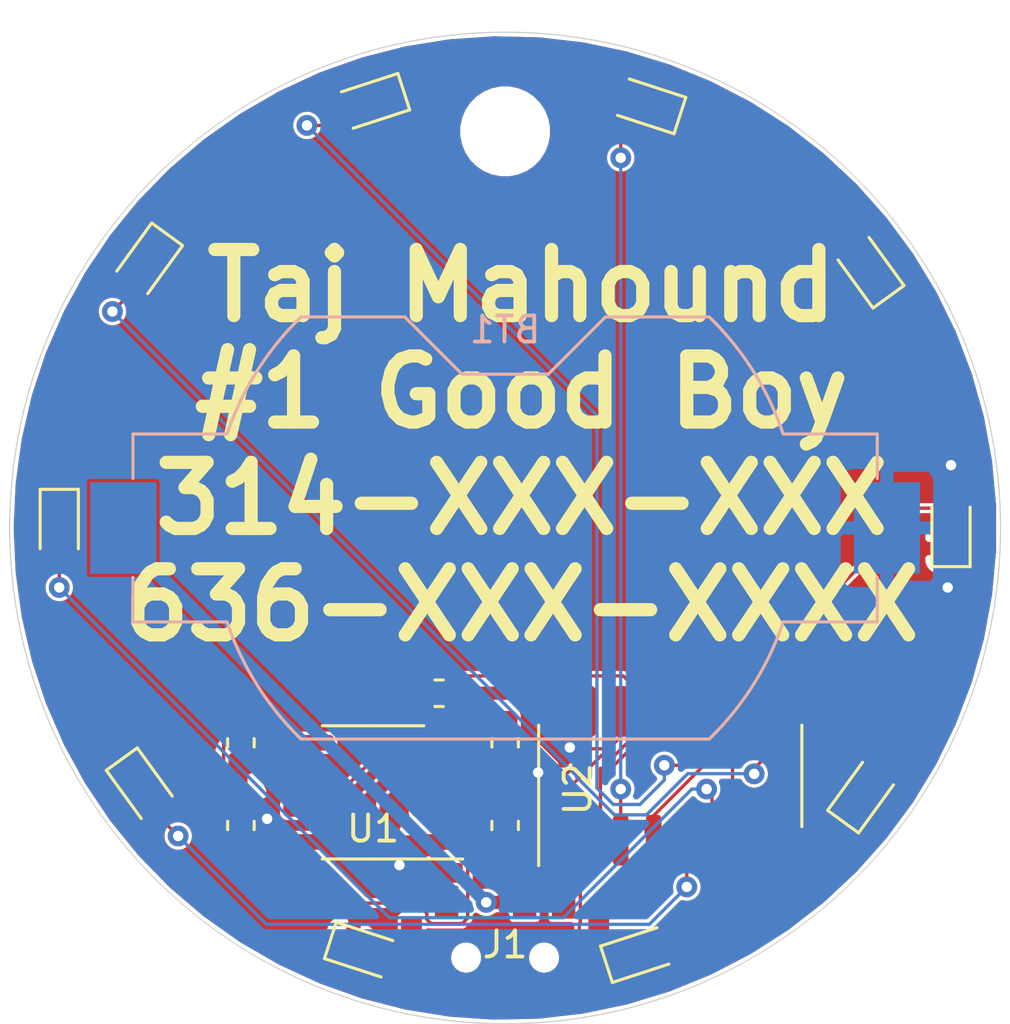
<source format=kicad_pcb>
(kicad_pcb (version 20171130) (host pcbnew "(5.1.5-0-10_14)")

  (general
    (thickness 1.6)
    (drawings 2)
    (tracks 170)
    (zones 0)
    (modules 20)
    (nets 20)
  )

  (page A4)
  (layers
    (0 F.Cu signal)
    (31 B.Cu signal)
    (32 B.Adhes user)
    (33 F.Adhes user)
    (34 B.Paste user)
    (35 F.Paste user)
    (36 B.SilkS user)
    (37 F.SilkS user)
    (38 B.Mask user)
    (39 F.Mask user)
    (40 Dwgs.User user)
    (41 Cmts.User user)
    (42 Eco1.User user)
    (43 Eco2.User user)
    (44 Edge.Cuts user)
    (45 Margin user)
    (46 B.CrtYd user)
    (47 F.CrtYd user)
    (48 B.Fab user)
    (49 F.Fab user)
  )

  (setup
    (last_trace_width 0.127)
    (user_trace_width 0.127)
    (user_trace_width 0.508)
    (trace_clearance 0.127)
    (zone_clearance 0.127)
    (zone_45_only no)
    (trace_min 0.127)
    (via_size 0.8)
    (via_drill 0.4)
    (via_min_size 0.4)
    (via_min_drill 0.3)
    (uvia_size 0.3)
    (uvia_drill 0.1)
    (uvias_allowed no)
    (uvia_min_size 0.2)
    (uvia_min_drill 0.1)
    (edge_width 0.05)
    (segment_width 0.2)
    (pcb_text_width 0.3)
    (pcb_text_size 1.5 1.5)
    (mod_edge_width 0.12)
    (mod_text_size 1 1)
    (mod_text_width 0.15)
    (pad_size 1.524 1.524)
    (pad_drill 0.762)
    (pad_to_mask_clearance 0.051)
    (solder_mask_min_width 0.25)
    (aux_axis_origin 0 0)
    (visible_elements FFFFFF7F)
    (pcbplotparams
      (layerselection 0x010fc_ffffffff)
      (usegerberextensions false)
      (usegerberattributes false)
      (usegerberadvancedattributes false)
      (creategerberjobfile false)
      (excludeedgelayer true)
      (linewidth 0.100000)
      (plotframeref false)
      (viasonmask false)
      (mode 1)
      (useauxorigin false)
      (hpglpennumber 1)
      (hpglpenspeed 20)
      (hpglpendiameter 15.000000)
      (psnegative false)
      (psa4output false)
      (plotreference true)
      (plotvalue true)
      (plotinvisibletext false)
      (padsonsilk false)
      (subtractmaskfromsilk false)
      (outputformat 1)
      (mirror false)
      (drillshape 0)
      (scaleselection 1)
      (outputdirectory ""))
  )

  (net 0 "")
  (net 1 "Net-(BT1-Pad1)")
  (net 2 GND)
  (net 3 "Net-(C1-Pad1)")
  (net 4 "Net-(C2-Pad1)")
  (net 5 "Net-(D1-Pad2)")
  (net 6 "Net-(D2-Pad2)")
  (net 7 "Net-(D3-Pad2)")
  (net 8 "Net-(D4-Pad2)")
  (net 9 "Net-(D5-Pad2)")
  (net 10 "Net-(D6-Pad2)")
  (net 11 "Net-(D7-Pad2)")
  (net 12 "Net-(D8-Pad2)")
  (net 13 "Net-(D9-Pad2)")
  (net 14 "Net-(D10-Pad2)")
  (net 15 "Net-(R1-Pad2)")
  (net 16 "Net-(U1-Pad5)")
  (net 17 "Net-(U2-Pad12)")
  (net 18 "Net-(J1-Pad3)")
  (net 19 "Net-(R3-Pad1)")

  (net_class Default "This is the default net class."
    (clearance 0.127)
    (trace_width 0.127)
    (via_dia 0.8)
    (via_drill 0.4)
    (uvia_dia 0.3)
    (uvia_drill 0.1)
    (add_net GND)
    (add_net "Net-(BT1-Pad1)")
    (add_net "Net-(C1-Pad1)")
    (add_net "Net-(C2-Pad1)")
    (add_net "Net-(D1-Pad2)")
    (add_net "Net-(D10-Pad2)")
    (add_net "Net-(D2-Pad2)")
    (add_net "Net-(D3-Pad2)")
    (add_net "Net-(D4-Pad2)")
    (add_net "Net-(D5-Pad2)")
    (add_net "Net-(D6-Pad2)")
    (add_net "Net-(D7-Pad2)")
    (add_net "Net-(D8-Pad2)")
    (add_net "Net-(D9-Pad2)")
    (add_net "Net-(J1-Pad3)")
    (add_net "Net-(R1-Pad2)")
    (add_net "Net-(R3-Pad1)")
    (add_net "Net-(U1-Pad5)")
    (add_net "Net-(U2-Pad12)")
  )

  (module switch:surface_mount_switch_SK-3296S-01-L2 (layer F.Cu) (tedit 601C8AE7) (tstamp 601D0640)
    (at 0 16.51 180)
    (path /60215498)
    (attr smd)
    (fp_text reference J1 (at 0 0.5) (layer F.SilkS)
      (effects (font (size 1 1) (thickness 0.15)))
    )
    (fp_text value XLR3_Switched (at 0 -0.5) (layer F.Fab)
      (effects (font (size 1 1) (thickness 0.15)))
    )
    (pad "" np_thru_hole circle (at 1.5 0) (size 0.9 0.9) (drill 0.9) (layers *.Cu *.Mask))
    (pad "" np_thru_hole circle (at -1.5 0) (size 0.9 0.9) (drill 0.9) (layers *.Cu *.Mask))
    (pad 3 smd rect (at -2.25 2.125) (size 0.9 1.25) (layers F.Cu F.Paste F.Mask)
      (net 18 "Net-(J1-Pad3)"))
    (pad 1 smd rect (at -0.75 2.125) (size 0.9 1.25) (layers F.Cu F.Paste F.Mask)
      (net 1 "Net-(BT1-Pad1)"))
    (pad 2 smd rect (at 2.25 2.125) (size 0.9 1.25) (layers F.Cu F.Paste F.Mask)
      (net 3 "Net-(C1-Pad1)"))
    (pad "" smd rect (at -3.6 1.1) (size 0.8 0.9) (layers F.Cu F.Paste F.Mask))
    (pad "" smd rect (at 3.6 1.1) (size 0.8 0.9) (layers F.Cu F.Paste F.Mask))
    (pad "" smd rect (at -3.6 -1.1) (size 0.8 0.9) (layers F.Cu F.Paste F.Mask))
    (pad "" smd rect (at 3.6 -1.1 180) (size 0.8 0.9) (layers F.Cu F.Paste F.Mask))
  )

  (module MountingHole:MountingHole_3.2mm_M3 (layer F.Cu) (tedit 56D1B4CB) (tstamp 601D0D2D)
    (at 0 -15.24)
    (descr "Mounting Hole 3.2mm, no annular, M3")
    (tags "mounting hole 3.2mm no annular m3")
    (attr virtual)
    (fp_text reference REF** (at 0 -4.2) (layer Dwgs.User)
      (effects (font (size 1 1) (thickness 0.15)))
    )
    (fp_text value MountingHole_3.2mm_M3 (at 0 4.2) (layer F.Fab)
      (effects (font (size 1 1) (thickness 0.15)))
    )
    (fp_circle (center 0 0) (end 3.45 0) (layer F.CrtYd) (width 0.05))
    (fp_circle (center 0 0) (end 3.2 0) (layer Cmts.User) (width 0.15))
    (fp_text user %R (at 0.3 0) (layer F.Fab)
      (effects (font (size 1 1) (thickness 0.15)))
    )
    (pad 1 np_thru_hole circle (at 0 0) (size 3.2 3.2) (drill 3.2) (layers *.Cu *.Mask))
  )

  (module Capacitor_SMD:C_0603_1608Metric (layer F.Cu) (tedit 5B301BBE) (tstamp 601BE032)
    (at -10.16 11.43 90)
    (descr "Capacitor SMD 0603 (1608 Metric), square (rectangular) end terminal, IPC_7351 nominal, (Body size source: http://www.tortai-tech.com/upload/download/2011102023233369053.pdf), generated with kicad-footprint-generator")
    (tags capacitor)
    (path /601B8263)
    (attr smd)
    (fp_text reference C1 (at 0 -1.43 90) (layer Dwgs.User)
      (effects (font (size 1 1) (thickness 0.15)))
    )
    (fp_text value "CAP 0.01uF" (at 0 1.43 90) (layer F.Fab)
      (effects (font (size 1 1) (thickness 0.15)))
    )
    (fp_line (start -0.8 0.4) (end -0.8 -0.4) (layer F.Fab) (width 0.1))
    (fp_line (start -0.8 -0.4) (end 0.8 -0.4) (layer F.Fab) (width 0.1))
    (fp_line (start 0.8 -0.4) (end 0.8 0.4) (layer F.Fab) (width 0.1))
    (fp_line (start 0.8 0.4) (end -0.8 0.4) (layer F.Fab) (width 0.1))
    (fp_line (start -0.162779 -0.51) (end 0.162779 -0.51) (layer F.SilkS) (width 0.12))
    (fp_line (start -0.162779 0.51) (end 0.162779 0.51) (layer F.SilkS) (width 0.12))
    (fp_line (start -1.48 0.73) (end -1.48 -0.73) (layer F.CrtYd) (width 0.05))
    (fp_line (start -1.48 -0.73) (end 1.48 -0.73) (layer F.CrtYd) (width 0.05))
    (fp_line (start 1.48 -0.73) (end 1.48 0.73) (layer F.CrtYd) (width 0.05))
    (fp_line (start 1.48 0.73) (end -1.48 0.73) (layer F.CrtYd) (width 0.05))
    (fp_text user %R (at 0 0 90) (layer F.Fab)
      (effects (font (size 0.4 0.4) (thickness 0.06)))
    )
    (pad 1 smd roundrect (at -0.7875 0 90) (size 0.875 0.95) (layers F.Cu F.Paste F.Mask) (roundrect_rratio 0.25)
      (net 3 "Net-(C1-Pad1)"))
    (pad 2 smd roundrect (at 0.7875 0 90) (size 0.875 0.95) (layers F.Cu F.Paste F.Mask) (roundrect_rratio 0.25)
      (net 2 GND))
    (model ${KISYS3DMOD}/Capacitor_SMD.3dshapes/C_0603_1608Metric.wrl
      (at (xyz 0 0 0))
      (scale (xyz 1 1 1))
      (rotate (xyz 0 0 0))
    )
  )

  (module Capacitor_SMD:C_0603_1608Metric (layer F.Cu) (tedit 5B301BBE) (tstamp 601BE043)
    (at -10.16 8.255 270)
    (descr "Capacitor SMD 0603 (1608 Metric), square (rectangular) end terminal, IPC_7351 nominal, (Body size source: http://www.tortai-tech.com/upload/download/2011102023233369053.pdf), generated with kicad-footprint-generator")
    (tags capacitor)
    (path /601B9F2A)
    (attr smd)
    (fp_text reference C2 (at 0 -1.43 90) (layer Dwgs.User)
      (effects (font (size 1 1) (thickness 0.15)))
    )
    (fp_text value "C 10uF" (at 0 1.43 90) (layer F.Fab)
      (effects (font (size 1 1) (thickness 0.15)))
    )
    (fp_text user %R (at 0 0 90) (layer F.Fab)
      (effects (font (size 0.4 0.4) (thickness 0.06)))
    )
    (fp_line (start 1.48 0.73) (end -1.48 0.73) (layer F.CrtYd) (width 0.05))
    (fp_line (start 1.48 -0.73) (end 1.48 0.73) (layer F.CrtYd) (width 0.05))
    (fp_line (start -1.48 -0.73) (end 1.48 -0.73) (layer F.CrtYd) (width 0.05))
    (fp_line (start -1.48 0.73) (end -1.48 -0.73) (layer F.CrtYd) (width 0.05))
    (fp_line (start -0.162779 0.51) (end 0.162779 0.51) (layer F.SilkS) (width 0.12))
    (fp_line (start -0.162779 -0.51) (end 0.162779 -0.51) (layer F.SilkS) (width 0.12))
    (fp_line (start 0.8 0.4) (end -0.8 0.4) (layer F.Fab) (width 0.1))
    (fp_line (start 0.8 -0.4) (end 0.8 0.4) (layer F.Fab) (width 0.1))
    (fp_line (start -0.8 -0.4) (end 0.8 -0.4) (layer F.Fab) (width 0.1))
    (fp_line (start -0.8 0.4) (end -0.8 -0.4) (layer F.Fab) (width 0.1))
    (pad 2 smd roundrect (at 0.7875 0 270) (size 0.875 0.95) (layers F.Cu F.Paste F.Mask) (roundrect_rratio 0.25)
      (net 2 GND))
    (pad 1 smd roundrect (at -0.7875 0 270) (size 0.875 0.95) (layers F.Cu F.Paste F.Mask) (roundrect_rratio 0.25)
      (net 4 "Net-(C2-Pad1)"))
    (model ${KISYS3DMOD}/Capacitor_SMD.3dshapes/C_0603_1608Metric.wrl
      (at (xyz 0 0 0))
      (scale (xyz 1 1 1))
      (rotate (xyz 0 0 0))
    )
  )

  (module LED_SMD:LED_0603_1608Metric (layer F.Cu) (tedit 5B301BBE) (tstamp 601BE080)
    (at 5.3086 -16.3068 162)
    (descr "LED SMD 0603 (1608 Metric), square (rectangular) end terminal, IPC_7351 nominal, (Body size source: http://www.tortai-tech.com/upload/download/2011102023233369053.pdf), generated with kicad-footprint-generator")
    (tags diode)
    (path /601C74D7)
    (attr smd)
    (fp_text reference D1 (at 0 -1.43 162) (layer Dwgs.User)
      (effects (font (size 1 1) (thickness 0.15)))
    )
    (fp_text value LED (at 0 1.43 162) (layer F.Fab)
      (effects (font (size 1 1) (thickness 0.15)))
    )
    (fp_line (start 0.8 -0.4) (end -0.5 -0.4) (layer F.Fab) (width 0.1))
    (fp_line (start -0.5 -0.4) (end -0.8 -0.1) (layer F.Fab) (width 0.1))
    (fp_line (start -0.8 -0.1) (end -0.8 0.4) (layer F.Fab) (width 0.1))
    (fp_line (start -0.8 0.4) (end 0.8 0.4) (layer F.Fab) (width 0.1))
    (fp_line (start 0.8 0.4) (end 0.8 -0.4) (layer F.Fab) (width 0.1))
    (fp_line (start 0.8 -0.735) (end -1.485 -0.735) (layer F.SilkS) (width 0.12))
    (fp_line (start -1.485 -0.735) (end -1.485 0.735) (layer F.SilkS) (width 0.12))
    (fp_line (start -1.485 0.735) (end 0.8 0.735) (layer F.SilkS) (width 0.12))
    (fp_line (start -1.48 0.73) (end -1.48 -0.73) (layer F.CrtYd) (width 0.05))
    (fp_line (start -1.48 -0.73) (end 1.48 -0.73) (layer F.CrtYd) (width 0.05))
    (fp_line (start 1.48 -0.73) (end 1.48 0.73) (layer F.CrtYd) (width 0.05))
    (fp_line (start 1.48 0.73) (end -1.48 0.73) (layer F.CrtYd) (width 0.05))
    (fp_text user %R (at 0 0 162) (layer F.Fab)
      (effects (font (size 0.4 0.4) (thickness 0.06)))
    )
    (pad 1 smd roundrect (at -0.7875 0 162) (size 0.875 0.95) (layers F.Cu F.Paste F.Mask) (roundrect_rratio 0.25)
      (net 2 GND))
    (pad 2 smd roundrect (at 0.7875 0 162) (size 0.875 0.95) (layers F.Cu F.Paste F.Mask) (roundrect_rratio 0.25)
      (net 5 "Net-(D1-Pad2)"))
    (model ${KISYS3DMOD}/LED_SMD.3dshapes/LED_0603_1608Metric.wrl
      (at (xyz 0 0 0))
      (scale (xyz 1 1 1))
      (rotate (xyz 0 0 0))
    )
  )

  (module LED_SMD:LED_0603_1608Metric (layer F.Cu) (tedit 5B301BBE) (tstamp 601BE093)
    (at 13.8684 -10.0838 126)
    (descr "LED SMD 0603 (1608 Metric), square (rectangular) end terminal, IPC_7351 nominal, (Body size source: http://www.tortai-tech.com/upload/download/2011102023233369053.pdf), generated with kicad-footprint-generator")
    (tags diode)
    (path /601C8741)
    (attr smd)
    (fp_text reference D2 (at 0 -1.43 126) (layer Dwgs.User)
      (effects (font (size 1 1) (thickness 0.15)))
    )
    (fp_text value LED (at 0 1.43 126) (layer F.Fab)
      (effects (font (size 1 1) (thickness 0.15)))
    )
    (fp_text user %R (at 0 0 126) (layer F.Fab)
      (effects (font (size 0.4 0.4) (thickness 0.06)))
    )
    (fp_line (start 1.48 0.73) (end -1.48 0.73) (layer F.CrtYd) (width 0.05))
    (fp_line (start 1.48 -0.73) (end 1.48 0.73) (layer F.CrtYd) (width 0.05))
    (fp_line (start -1.48 -0.73) (end 1.48 -0.73) (layer F.CrtYd) (width 0.05))
    (fp_line (start -1.48 0.73) (end -1.48 -0.73) (layer F.CrtYd) (width 0.05))
    (fp_line (start -1.485 0.735) (end 0.8 0.735) (layer F.SilkS) (width 0.12))
    (fp_line (start -1.485 -0.735) (end -1.485 0.735) (layer F.SilkS) (width 0.12))
    (fp_line (start 0.8 -0.735) (end -1.485 -0.735) (layer F.SilkS) (width 0.12))
    (fp_line (start 0.8 0.4) (end 0.8 -0.4) (layer F.Fab) (width 0.1))
    (fp_line (start -0.8 0.4) (end 0.8 0.4) (layer F.Fab) (width 0.1))
    (fp_line (start -0.8 -0.1) (end -0.8 0.4) (layer F.Fab) (width 0.1))
    (fp_line (start -0.5 -0.4) (end -0.8 -0.1) (layer F.Fab) (width 0.1))
    (fp_line (start 0.8 -0.4) (end -0.5 -0.4) (layer F.Fab) (width 0.1))
    (pad 2 smd roundrect (at 0.7875 0 126) (size 0.875 0.95) (layers F.Cu F.Paste F.Mask) (roundrect_rratio 0.25)
      (net 6 "Net-(D2-Pad2)"))
    (pad 1 smd roundrect (at -0.7875 0 126) (size 0.875 0.95) (layers F.Cu F.Paste F.Mask) (roundrect_rratio 0.25)
      (net 2 GND))
    (model ${KISYS3DMOD}/LED_SMD.3dshapes/LED_0603_1608Metric.wrl
      (at (xyz 0 0 0))
      (scale (xyz 1 1 1))
      (rotate (xyz 0 0 0))
    )
  )

  (module LED_SMD:LED_0603_1608Metric (layer F.Cu) (tedit 5B301BBE) (tstamp 601BE0A6)
    (at 17.145 0 90)
    (descr "LED SMD 0603 (1608 Metric), square (rectangular) end terminal, IPC_7351 nominal, (Body size source: http://www.tortai-tech.com/upload/download/2011102023233369053.pdf), generated with kicad-footprint-generator")
    (tags diode)
    (path /601C94AA)
    (attr smd)
    (fp_text reference D3 (at 0 -1.43 90) (layer Dwgs.User)
      (effects (font (size 1 1) (thickness 0.15)))
    )
    (fp_text value LED (at 0 1.43 90) (layer F.Fab)
      (effects (font (size 1 1) (thickness 0.15)))
    )
    (fp_line (start 0.8 -0.4) (end -0.5 -0.4) (layer F.Fab) (width 0.1))
    (fp_line (start -0.5 -0.4) (end -0.8 -0.1) (layer F.Fab) (width 0.1))
    (fp_line (start -0.8 -0.1) (end -0.8 0.4) (layer F.Fab) (width 0.1))
    (fp_line (start -0.8 0.4) (end 0.8 0.4) (layer F.Fab) (width 0.1))
    (fp_line (start 0.8 0.4) (end 0.8 -0.4) (layer F.Fab) (width 0.1))
    (fp_line (start 0.8 -0.735) (end -1.485 -0.735) (layer F.SilkS) (width 0.12))
    (fp_line (start -1.485 -0.735) (end -1.485 0.735) (layer F.SilkS) (width 0.12))
    (fp_line (start -1.485 0.735) (end 0.8 0.735) (layer F.SilkS) (width 0.12))
    (fp_line (start -1.48 0.73) (end -1.48 -0.73) (layer F.CrtYd) (width 0.05))
    (fp_line (start -1.48 -0.73) (end 1.48 -0.73) (layer F.CrtYd) (width 0.05))
    (fp_line (start 1.48 -0.73) (end 1.48 0.73) (layer F.CrtYd) (width 0.05))
    (fp_line (start 1.48 0.73) (end -1.48 0.73) (layer F.CrtYd) (width 0.05))
    (fp_text user %R (at 0 0 90) (layer F.Fab)
      (effects (font (size 0.4 0.4) (thickness 0.06)))
    )
    (pad 1 smd roundrect (at -0.7875 0 90) (size 0.875 0.95) (layers F.Cu F.Paste F.Mask) (roundrect_rratio 0.25)
      (net 2 GND))
    (pad 2 smd roundrect (at 0.7875 0 90) (size 0.875 0.95) (layers F.Cu F.Paste F.Mask) (roundrect_rratio 0.25)
      (net 7 "Net-(D3-Pad2)"))
    (model ${KISYS3DMOD}/LED_SMD.3dshapes/LED_0603_1608Metric.wrl
      (at (xyz 0 0 0))
      (scale (xyz 1 1 1))
      (rotate (xyz 0 0 0))
    )
  )

  (module LED_SMD:LED_0603_1608Metric (layer F.Cu) (tedit 5B301BBE) (tstamp 601BE0B9)
    (at 13.8684 10.0838 54)
    (descr "LED SMD 0603 (1608 Metric), square (rectangular) end terminal, IPC_7351 nominal, (Body size source: http://www.tortai-tech.com/upload/download/2011102023233369053.pdf), generated with kicad-footprint-generator")
    (tags diode)
    (path /601CA282)
    (attr smd)
    (fp_text reference D4 (at 0 -1.43 54) (layer Dwgs.User)
      (effects (font (size 1 1) (thickness 0.15)))
    )
    (fp_text value LED (at 0 1.43 54) (layer F.Fab)
      (effects (font (size 1 1) (thickness 0.15)))
    )
    (fp_text user %R (at 0 0 54) (layer F.Fab)
      (effects (font (size 0.4 0.4) (thickness 0.06)))
    )
    (fp_line (start 1.48 0.73) (end -1.48 0.73) (layer F.CrtYd) (width 0.05))
    (fp_line (start 1.48 -0.73) (end 1.48 0.73) (layer F.CrtYd) (width 0.05))
    (fp_line (start -1.48 -0.73) (end 1.48 -0.73) (layer F.CrtYd) (width 0.05))
    (fp_line (start -1.48 0.73) (end -1.48 -0.73) (layer F.CrtYd) (width 0.05))
    (fp_line (start -1.485 0.735) (end 0.8 0.735) (layer F.SilkS) (width 0.12))
    (fp_line (start -1.485 -0.735) (end -1.485 0.735) (layer F.SilkS) (width 0.12))
    (fp_line (start 0.8 -0.735) (end -1.485 -0.735) (layer F.SilkS) (width 0.12))
    (fp_line (start 0.8 0.4) (end 0.8 -0.4) (layer F.Fab) (width 0.1))
    (fp_line (start -0.8 0.4) (end 0.8 0.4) (layer F.Fab) (width 0.1))
    (fp_line (start -0.8 -0.1) (end -0.8 0.4) (layer F.Fab) (width 0.1))
    (fp_line (start -0.5 -0.4) (end -0.8 -0.1) (layer F.Fab) (width 0.1))
    (fp_line (start 0.8 -0.4) (end -0.5 -0.4) (layer F.Fab) (width 0.1))
    (pad 2 smd roundrect (at 0.7875 0 54) (size 0.875 0.95) (layers F.Cu F.Paste F.Mask) (roundrect_rratio 0.25)
      (net 8 "Net-(D4-Pad2)"))
    (pad 1 smd roundrect (at -0.7875 0 54) (size 0.875 0.95) (layers F.Cu F.Paste F.Mask) (roundrect_rratio 0.25)
      (net 2 GND))
    (model ${KISYS3DMOD}/LED_SMD.3dshapes/LED_0603_1608Metric.wrl
      (at (xyz 0 0 0))
      (scale (xyz 1 1 1))
      (rotate (xyz 0 0 0))
    )
  )

  (module LED_SMD:LED_0603_1608Metric (layer F.Cu) (tedit 5B301BBE) (tstamp 601D0965)
    (at 5.3086 16.3068 18)
    (descr "LED SMD 0603 (1608 Metric), square (rectangular) end terminal, IPC_7351 nominal, (Body size source: http://www.tortai-tech.com/upload/download/2011102023233369053.pdf), generated with kicad-footprint-generator")
    (tags diode)
    (path /601CAE2E)
    (attr smd)
    (fp_text reference D5 (at 0 -1.43 18) (layer Dwgs.User)
      (effects (font (size 1 1) (thickness 0.15)))
    )
    (fp_text value LED (at 0 1.43 18) (layer F.Fab)
      (effects (font (size 1 1) (thickness 0.15)))
    )
    (fp_line (start 0.8 -0.4) (end -0.5 -0.4) (layer F.Fab) (width 0.1))
    (fp_line (start -0.5 -0.4) (end -0.8 -0.1) (layer F.Fab) (width 0.1))
    (fp_line (start -0.8 -0.1) (end -0.8 0.4) (layer F.Fab) (width 0.1))
    (fp_line (start -0.8 0.4) (end 0.8 0.4) (layer F.Fab) (width 0.1))
    (fp_line (start 0.8 0.4) (end 0.8 -0.4) (layer F.Fab) (width 0.1))
    (fp_line (start 0.8 -0.735) (end -1.485 -0.735) (layer F.SilkS) (width 0.12))
    (fp_line (start -1.485 -0.735) (end -1.485 0.735) (layer F.SilkS) (width 0.12))
    (fp_line (start -1.485 0.735) (end 0.8 0.735) (layer F.SilkS) (width 0.12))
    (fp_line (start -1.48 0.73) (end -1.48 -0.73) (layer F.CrtYd) (width 0.05))
    (fp_line (start -1.48 -0.73) (end 1.48 -0.73) (layer F.CrtYd) (width 0.05))
    (fp_line (start 1.48 -0.73) (end 1.48 0.73) (layer F.CrtYd) (width 0.05))
    (fp_line (start 1.48 0.73) (end -1.48 0.73) (layer F.CrtYd) (width 0.05))
    (fp_text user %R (at 0 0 18) (layer F.Fab)
      (effects (font (size 0.4 0.4) (thickness 0.06)))
    )
    (pad 1 smd roundrect (at -0.7875 0 18) (size 0.875 0.95) (layers F.Cu F.Paste F.Mask) (roundrect_rratio 0.25)
      (net 2 GND))
    (pad 2 smd roundrect (at 0.7875 0 18) (size 0.875 0.95) (layers F.Cu F.Paste F.Mask) (roundrect_rratio 0.25)
      (net 9 "Net-(D5-Pad2)"))
    (model ${KISYS3DMOD}/LED_SMD.3dshapes/LED_0603_1608Metric.wrl
      (at (xyz 0 0 0))
      (scale (xyz 1 1 1))
      (rotate (xyz 0 0 0))
    )
  )

  (module LED_SMD:LED_0603_1608Metric (layer F.Cu) (tedit 5B301BBE) (tstamp 601BE0DF)
    (at -5.3086 16.3068 342)
    (descr "LED SMD 0603 (1608 Metric), square (rectangular) end terminal, IPC_7351 nominal, (Body size source: http://www.tortai-tech.com/upload/download/2011102023233369053.pdf), generated with kicad-footprint-generator")
    (tags diode)
    (path /601CBF45)
    (attr smd)
    (fp_text reference D6 (at 0 -1.43 162) (layer Dwgs.User)
      (effects (font (size 1 1) (thickness 0.15)))
    )
    (fp_text value LED (at 0 1.43 162) (layer F.Fab)
      (effects (font (size 1 1) (thickness 0.15)))
    )
    (fp_text user %R (at 0 0 162) (layer F.Fab)
      (effects (font (size 0.4 0.4) (thickness 0.06)))
    )
    (fp_line (start 1.48 0.73) (end -1.48 0.73) (layer F.CrtYd) (width 0.05))
    (fp_line (start 1.48 -0.73) (end 1.48 0.73) (layer F.CrtYd) (width 0.05))
    (fp_line (start -1.48 -0.73) (end 1.48 -0.73) (layer F.CrtYd) (width 0.05))
    (fp_line (start -1.48 0.73) (end -1.48 -0.73) (layer F.CrtYd) (width 0.05))
    (fp_line (start -1.485 0.735) (end 0.8 0.735) (layer F.SilkS) (width 0.12))
    (fp_line (start -1.485 -0.735) (end -1.485 0.735) (layer F.SilkS) (width 0.12))
    (fp_line (start 0.8 -0.735) (end -1.485 -0.735) (layer F.SilkS) (width 0.12))
    (fp_line (start 0.8 0.4) (end 0.8 -0.4) (layer F.Fab) (width 0.1))
    (fp_line (start -0.8 0.4) (end 0.8 0.4) (layer F.Fab) (width 0.1))
    (fp_line (start -0.8 -0.1) (end -0.8 0.4) (layer F.Fab) (width 0.1))
    (fp_line (start -0.5 -0.4) (end -0.8 -0.1) (layer F.Fab) (width 0.1))
    (fp_line (start 0.8 -0.4) (end -0.5 -0.4) (layer F.Fab) (width 0.1))
    (pad 2 smd roundrect (at 0.7875 0 342) (size 0.875 0.95) (layers F.Cu F.Paste F.Mask) (roundrect_rratio 0.25)
      (net 10 "Net-(D6-Pad2)"))
    (pad 1 smd roundrect (at -0.7875 0 342) (size 0.875 0.95) (layers F.Cu F.Paste F.Mask) (roundrect_rratio 0.25)
      (net 2 GND))
    (model ${KISYS3DMOD}/LED_SMD.3dshapes/LED_0603_1608Metric.wrl
      (at (xyz 0 0 0))
      (scale (xyz 1 1 1))
      (rotate (xyz 0 0 0))
    )
  )

  (module LED_SMD:LED_0603_1608Metric (layer F.Cu) (tedit 5B301BBE) (tstamp 601BE0F2)
    (at -13.8684 10.0838 306)
    (descr "LED SMD 0603 (1608 Metric), square (rectangular) end terminal, IPC_7351 nominal, (Body size source: http://www.tortai-tech.com/upload/download/2011102023233369053.pdf), generated with kicad-footprint-generator")
    (tags diode)
    (path /601CC781)
    (attr smd)
    (fp_text reference D7 (at 0 -1.43 126) (layer Dwgs.User)
      (effects (font (size 1 1) (thickness 0.15)))
    )
    (fp_text value LED (at 0 1.43 126) (layer F.Fab)
      (effects (font (size 1 1) (thickness 0.15)))
    )
    (fp_line (start 0.8 -0.4) (end -0.5 -0.4) (layer F.Fab) (width 0.1))
    (fp_line (start -0.5 -0.4) (end -0.8 -0.1) (layer F.Fab) (width 0.1))
    (fp_line (start -0.8 -0.1) (end -0.8 0.4) (layer F.Fab) (width 0.1))
    (fp_line (start -0.8 0.4) (end 0.8 0.4) (layer F.Fab) (width 0.1))
    (fp_line (start 0.8 0.4) (end 0.8 -0.4) (layer F.Fab) (width 0.1))
    (fp_line (start 0.8 -0.735) (end -1.485 -0.735) (layer F.SilkS) (width 0.12))
    (fp_line (start -1.485 -0.735) (end -1.485 0.735) (layer F.SilkS) (width 0.12))
    (fp_line (start -1.485 0.735) (end 0.8 0.735) (layer F.SilkS) (width 0.12))
    (fp_line (start -1.48 0.73) (end -1.48 -0.73) (layer F.CrtYd) (width 0.05))
    (fp_line (start -1.48 -0.73) (end 1.48 -0.73) (layer F.CrtYd) (width 0.05))
    (fp_line (start 1.48 -0.73) (end 1.48 0.73) (layer F.CrtYd) (width 0.05))
    (fp_line (start 1.48 0.73) (end -1.48 0.73) (layer F.CrtYd) (width 0.05))
    (fp_text user %R (at 0 0 126) (layer F.Fab)
      (effects (font (size 0.4 0.4) (thickness 0.06)))
    )
    (pad 1 smd roundrect (at -0.7875 0 306) (size 0.875 0.95) (layers F.Cu F.Paste F.Mask) (roundrect_rratio 0.25)
      (net 2 GND))
    (pad 2 smd roundrect (at 0.7875 0 306) (size 0.875 0.95) (layers F.Cu F.Paste F.Mask) (roundrect_rratio 0.25)
      (net 11 "Net-(D7-Pad2)"))
    (model ${KISYS3DMOD}/LED_SMD.3dshapes/LED_0603_1608Metric.wrl
      (at (xyz 0 0 0))
      (scale (xyz 1 1 1))
      (rotate (xyz 0 0 0))
    )
  )

  (module LED_SMD:LED_0603_1608Metric (layer F.Cu) (tedit 5B301BBE) (tstamp 601BE105)
    (at -17.145 0 270)
    (descr "LED SMD 0603 (1608 Metric), square (rectangular) end terminal, IPC_7351 nominal, (Body size source: http://www.tortai-tech.com/upload/download/2011102023233369053.pdf), generated with kicad-footprint-generator")
    (tags diode)
    (path /601CD830)
    (attr smd)
    (fp_text reference D8 (at 0 -1.43 90) (layer Dwgs.User)
      (effects (font (size 1 1) (thickness 0.15)))
    )
    (fp_text value LED (at 0 1.43 90) (layer F.Fab)
      (effects (font (size 1 1) (thickness 0.15)))
    )
    (fp_text user %R (at 0 0 90) (layer F.Fab)
      (effects (font (size 0.4 0.4) (thickness 0.06)))
    )
    (fp_line (start 1.48 0.73) (end -1.48 0.73) (layer F.CrtYd) (width 0.05))
    (fp_line (start 1.48 -0.73) (end 1.48 0.73) (layer F.CrtYd) (width 0.05))
    (fp_line (start -1.48 -0.73) (end 1.48 -0.73) (layer F.CrtYd) (width 0.05))
    (fp_line (start -1.48 0.73) (end -1.48 -0.73) (layer F.CrtYd) (width 0.05))
    (fp_line (start -1.485 0.735) (end 0.8 0.735) (layer F.SilkS) (width 0.12))
    (fp_line (start -1.485 -0.735) (end -1.485 0.735) (layer F.SilkS) (width 0.12))
    (fp_line (start 0.8 -0.735) (end -1.485 -0.735) (layer F.SilkS) (width 0.12))
    (fp_line (start 0.8 0.4) (end 0.8 -0.4) (layer F.Fab) (width 0.1))
    (fp_line (start -0.8 0.4) (end 0.8 0.4) (layer F.Fab) (width 0.1))
    (fp_line (start -0.8 -0.1) (end -0.8 0.4) (layer F.Fab) (width 0.1))
    (fp_line (start -0.5 -0.4) (end -0.8 -0.1) (layer F.Fab) (width 0.1))
    (fp_line (start 0.8 -0.4) (end -0.5 -0.4) (layer F.Fab) (width 0.1))
    (pad 2 smd roundrect (at 0.7875 0 270) (size 0.875 0.95) (layers F.Cu F.Paste F.Mask) (roundrect_rratio 0.25)
      (net 12 "Net-(D8-Pad2)"))
    (pad 1 smd roundrect (at -0.7875 0 270) (size 0.875 0.95) (layers F.Cu F.Paste F.Mask) (roundrect_rratio 0.25)
      (net 2 GND))
    (model ${KISYS3DMOD}/LED_SMD.3dshapes/LED_0603_1608Metric.wrl
      (at (xyz 0 0 0))
      (scale (xyz 1 1 1))
      (rotate (xyz 0 0 0))
    )
  )

  (module LED_SMD:LED_0603_1608Metric (layer F.Cu) (tedit 5B301BBE) (tstamp 601BE118)
    (at -13.8684 -10.0838 234)
    (descr "LED SMD 0603 (1608 Metric), square (rectangular) end terminal, IPC_7351 nominal, (Body size source: http://www.tortai-tech.com/upload/download/2011102023233369053.pdf), generated with kicad-footprint-generator")
    (tags diode)
    (path /601CE26C)
    (attr smd)
    (fp_text reference D9 (at 0 -1.43 54) (layer Dwgs.User)
      (effects (font (size 1 1) (thickness 0.15)))
    )
    (fp_text value LED (at 0 1.43 54) (layer F.Fab)
      (effects (font (size 1 1) (thickness 0.15)))
    )
    (fp_line (start 0.8 -0.4) (end -0.5 -0.4) (layer F.Fab) (width 0.1))
    (fp_line (start -0.5 -0.4) (end -0.8 -0.1) (layer F.Fab) (width 0.1))
    (fp_line (start -0.8 -0.1) (end -0.8 0.4) (layer F.Fab) (width 0.1))
    (fp_line (start -0.8 0.4) (end 0.8 0.4) (layer F.Fab) (width 0.1))
    (fp_line (start 0.8 0.4) (end 0.8 -0.4) (layer F.Fab) (width 0.1))
    (fp_line (start 0.8 -0.735) (end -1.485 -0.735) (layer F.SilkS) (width 0.12))
    (fp_line (start -1.485 -0.735) (end -1.485 0.735) (layer F.SilkS) (width 0.12))
    (fp_line (start -1.485 0.735) (end 0.8 0.735) (layer F.SilkS) (width 0.12))
    (fp_line (start -1.48 0.73) (end -1.48 -0.73) (layer F.CrtYd) (width 0.05))
    (fp_line (start -1.48 -0.73) (end 1.48 -0.73) (layer F.CrtYd) (width 0.05))
    (fp_line (start 1.48 -0.73) (end 1.48 0.73) (layer F.CrtYd) (width 0.05))
    (fp_line (start 1.48 0.73) (end -1.48 0.73) (layer F.CrtYd) (width 0.05))
    (fp_text user %R (at 0 0 54) (layer F.Fab)
      (effects (font (size 0.4 0.4) (thickness 0.06)))
    )
    (pad 1 smd roundrect (at -0.7875 0 234) (size 0.875 0.95) (layers F.Cu F.Paste F.Mask) (roundrect_rratio 0.25)
      (net 2 GND))
    (pad 2 smd roundrect (at 0.7875 0 234) (size 0.875 0.95) (layers F.Cu F.Paste F.Mask) (roundrect_rratio 0.25)
      (net 13 "Net-(D9-Pad2)"))
    (model ${KISYS3DMOD}/LED_SMD.3dshapes/LED_0603_1608Metric.wrl
      (at (xyz 0 0 0))
      (scale (xyz 1 1 1))
      (rotate (xyz 0 0 0))
    )
  )

  (module LED_SMD:LED_0603_1608Metric (layer F.Cu) (tedit 5B301BBE) (tstamp 601BE12B)
    (at -5.3086 -16.3068 198)
    (descr "LED SMD 0603 (1608 Metric), square (rectangular) end terminal, IPC_7351 nominal, (Body size source: http://www.tortai-tech.com/upload/download/2011102023233369053.pdf), generated with kicad-footprint-generator")
    (tags diode)
    (path /601CEC2E)
    (attr smd)
    (fp_text reference D10 (at 0 -1.43 18) (layer Dwgs.User)
      (effects (font (size 1 1) (thickness 0.15)))
    )
    (fp_text value LED (at 0 1.43 18) (layer F.Fab)
      (effects (font (size 1 1) (thickness 0.15)))
    )
    (fp_text user %R (at 0 0 18) (layer F.Fab)
      (effects (font (size 0.4 0.4) (thickness 0.06)))
    )
    (fp_line (start 1.48 0.73) (end -1.48 0.73) (layer F.CrtYd) (width 0.05))
    (fp_line (start 1.48 -0.73) (end 1.48 0.73) (layer F.CrtYd) (width 0.05))
    (fp_line (start -1.48 -0.73) (end 1.48 -0.73) (layer F.CrtYd) (width 0.05))
    (fp_line (start -1.48 0.73) (end -1.48 -0.73) (layer F.CrtYd) (width 0.05))
    (fp_line (start -1.485 0.735) (end 0.8 0.735) (layer F.SilkS) (width 0.12))
    (fp_line (start -1.485 -0.735) (end -1.485 0.735) (layer F.SilkS) (width 0.12))
    (fp_line (start 0.8 -0.735) (end -1.485 -0.735) (layer F.SilkS) (width 0.12))
    (fp_line (start 0.8 0.4) (end 0.8 -0.4) (layer F.Fab) (width 0.1))
    (fp_line (start -0.8 0.4) (end 0.8 0.4) (layer F.Fab) (width 0.1))
    (fp_line (start -0.8 -0.1) (end -0.8 0.4) (layer F.Fab) (width 0.1))
    (fp_line (start -0.5 -0.4) (end -0.8 -0.1) (layer F.Fab) (width 0.1))
    (fp_line (start 0.8 -0.4) (end -0.5 -0.4) (layer F.Fab) (width 0.1))
    (pad 2 smd roundrect (at 0.7875 0 198) (size 0.875 0.95) (layers F.Cu F.Paste F.Mask) (roundrect_rratio 0.25)
      (net 14 "Net-(D10-Pad2)"))
    (pad 1 smd roundrect (at -0.7875 0 198) (size 0.875 0.95) (layers F.Cu F.Paste F.Mask) (roundrect_rratio 0.25)
      (net 2 GND))
    (model ${KISYS3DMOD}/LED_SMD.3dshapes/LED_0603_1608Metric.wrl
      (at (xyz 0 0 0))
      (scale (xyz 1 1 1))
      (rotate (xyz 0 0 0))
    )
  )

  (module Resistor_SMD:R_0603_1608Metric (layer F.Cu) (tedit 5B301BBD) (tstamp 601BE13C)
    (at -2.54 6.35 180)
    (descr "Resistor SMD 0603 (1608 Metric), square (rectangular) end terminal, IPC_7351 nominal, (Body size source: http://www.tortai-tech.com/upload/download/2011102023233369053.pdf), generated with kicad-footprint-generator")
    (tags resistor)
    (path /601BD9C1)
    (attr smd)
    (fp_text reference R1 (at 0 -1.43) (layer Dwgs.User)
      (effects (font (size 1 1) (thickness 0.15)))
    )
    (fp_text value "R 2.2K" (at 0 1.43) (layer F.Fab)
      (effects (font (size 1 1) (thickness 0.15)))
    )
    (fp_text user %R (at 0 0) (layer F.Fab)
      (effects (font (size 0.4 0.4) (thickness 0.06)))
    )
    (fp_line (start 1.48 0.73) (end -1.48 0.73) (layer F.CrtYd) (width 0.05))
    (fp_line (start 1.48 -0.73) (end 1.48 0.73) (layer F.CrtYd) (width 0.05))
    (fp_line (start -1.48 -0.73) (end 1.48 -0.73) (layer F.CrtYd) (width 0.05))
    (fp_line (start -1.48 0.73) (end -1.48 -0.73) (layer F.CrtYd) (width 0.05))
    (fp_line (start -0.162779 0.51) (end 0.162779 0.51) (layer F.SilkS) (width 0.12))
    (fp_line (start -0.162779 -0.51) (end 0.162779 -0.51) (layer F.SilkS) (width 0.12))
    (fp_line (start 0.8 0.4) (end -0.8 0.4) (layer F.Fab) (width 0.1))
    (fp_line (start 0.8 -0.4) (end 0.8 0.4) (layer F.Fab) (width 0.1))
    (fp_line (start -0.8 -0.4) (end 0.8 -0.4) (layer F.Fab) (width 0.1))
    (fp_line (start -0.8 0.4) (end -0.8 -0.4) (layer F.Fab) (width 0.1))
    (pad 2 smd roundrect (at 0.7875 0 180) (size 0.875 0.95) (layers F.Cu F.Paste F.Mask) (roundrect_rratio 0.25)
      (net 15 "Net-(R1-Pad2)"))
    (pad 1 smd roundrect (at -0.7875 0 180) (size 0.875 0.95) (layers F.Cu F.Paste F.Mask) (roundrect_rratio 0.25)
      (net 3 "Net-(C1-Pad1)"))
    (model ${KISYS3DMOD}/Resistor_SMD.3dshapes/R_0603_1608Metric.wrl
      (at (xyz 0 0 0))
      (scale (xyz 1 1 1))
      (rotate (xyz 0 0 0))
    )
  )

  (module Resistor_SMD:R_0603_1608Metric (layer F.Cu) (tedit 5B301BBD) (tstamp 601BE14D)
    (at 0 11.43 90)
    (descr "Resistor SMD 0603 (1608 Metric), square (rectangular) end terminal, IPC_7351 nominal, (Body size source: http://www.tortai-tech.com/upload/download/2011102023233369053.pdf), generated with kicad-footprint-generator")
    (tags resistor)
    (path /601BCCFD)
    (attr smd)
    (fp_text reference R2 (at 0 -1.43 90) (layer Dwgs.User)
      (effects (font (size 1 1) (thickness 0.15)))
    )
    (fp_text value "R 10K" (at 0 1.43 90) (layer F.Fab)
      (effects (font (size 1 1) (thickness 0.15)))
    )
    (fp_line (start -0.8 0.4) (end -0.8 -0.4) (layer F.Fab) (width 0.1))
    (fp_line (start -0.8 -0.4) (end 0.8 -0.4) (layer F.Fab) (width 0.1))
    (fp_line (start 0.8 -0.4) (end 0.8 0.4) (layer F.Fab) (width 0.1))
    (fp_line (start 0.8 0.4) (end -0.8 0.4) (layer F.Fab) (width 0.1))
    (fp_line (start -0.162779 -0.51) (end 0.162779 -0.51) (layer F.SilkS) (width 0.12))
    (fp_line (start -0.162779 0.51) (end 0.162779 0.51) (layer F.SilkS) (width 0.12))
    (fp_line (start -1.48 0.73) (end -1.48 -0.73) (layer F.CrtYd) (width 0.05))
    (fp_line (start -1.48 -0.73) (end 1.48 -0.73) (layer F.CrtYd) (width 0.05))
    (fp_line (start 1.48 -0.73) (end 1.48 0.73) (layer F.CrtYd) (width 0.05))
    (fp_line (start 1.48 0.73) (end -1.48 0.73) (layer F.CrtYd) (width 0.05))
    (fp_text user %R (at 0 0 90) (layer F.Fab)
      (effects (font (size 0.4 0.4) (thickness 0.06)))
    )
    (pad 1 smd roundrect (at -0.7875 0 90) (size 0.875 0.95) (layers F.Cu F.Paste F.Mask) (roundrect_rratio 0.25)
      (net 15 "Net-(R1-Pad2)"))
    (pad 2 smd roundrect (at 0.7875 0 90) (size 0.875 0.95) (layers F.Cu F.Paste F.Mask) (roundrect_rratio 0.25)
      (net 4 "Net-(C2-Pad1)"))
    (model ${KISYS3DMOD}/Resistor_SMD.3dshapes/R_0603_1608Metric.wrl
      (at (xyz 0 0 0))
      (scale (xyz 1 1 1))
      (rotate (xyz 0 0 0))
    )
  )

  (module Resistor_SMD:R_0603_1608Metric (layer F.Cu) (tedit 5B301BBD) (tstamp 601BE15E)
    (at 0 8.255 270)
    (descr "Resistor SMD 0603 (1608 Metric), square (rectangular) end terminal, IPC_7351 nominal, (Body size source: http://www.tortai-tech.com/upload/download/2011102023233369053.pdf), generated with kicad-footprint-generator")
    (tags resistor)
    (path /601BED9C)
    (attr smd)
    (fp_text reference R3 (at 0 -1.43 90) (layer Dwgs.User)
      (effects (font (size 1 1) (thickness 0.15)))
    )
    (fp_text value "R 10K" (at 0 1.43 90) (layer F.Fab)
      (effects (font (size 1 1) (thickness 0.15)))
    )
    (fp_line (start -0.8 0.4) (end -0.8 -0.4) (layer F.Fab) (width 0.1))
    (fp_line (start -0.8 -0.4) (end 0.8 -0.4) (layer F.Fab) (width 0.1))
    (fp_line (start 0.8 -0.4) (end 0.8 0.4) (layer F.Fab) (width 0.1))
    (fp_line (start 0.8 0.4) (end -0.8 0.4) (layer F.Fab) (width 0.1))
    (fp_line (start -0.162779 -0.51) (end 0.162779 -0.51) (layer F.SilkS) (width 0.12))
    (fp_line (start -0.162779 0.51) (end 0.162779 0.51) (layer F.SilkS) (width 0.12))
    (fp_line (start -1.48 0.73) (end -1.48 -0.73) (layer F.CrtYd) (width 0.05))
    (fp_line (start -1.48 -0.73) (end 1.48 -0.73) (layer F.CrtYd) (width 0.05))
    (fp_line (start 1.48 -0.73) (end 1.48 0.73) (layer F.CrtYd) (width 0.05))
    (fp_line (start 1.48 0.73) (end -1.48 0.73) (layer F.CrtYd) (width 0.05))
    (fp_text user %R (at 0 0 90) (layer F.Fab)
      (effects (font (size 0.4 0.4) (thickness 0.06)))
    )
    (pad 1 smd roundrect (at -0.7875 0 270) (size 0.875 0.95) (layers F.Cu F.Paste F.Mask) (roundrect_rratio 0.25)
      (net 19 "Net-(R3-Pad1)"))
    (pad 2 smd roundrect (at 0.7875 0 270) (size 0.875 0.95) (layers F.Cu F.Paste F.Mask) (roundrect_rratio 0.25)
      (net 2 GND))
    (model ${KISYS3DMOD}/Resistor_SMD.3dshapes/R_0603_1608Metric.wrl
      (at (xyz 0 0 0))
      (scale (xyz 1 1 1))
      (rotate (xyz 0 0 0))
    )
  )

  (module Package_SO:SOIC-8_3.9x4.9mm_P1.27mm (layer F.Cu) (tedit 5D9F72B1) (tstamp 601BE178)
    (at -5.08 10.16 180)
    (descr "SOIC, 8 Pin (JEDEC MS-012AA, https://www.analog.com/media/en/package-pcb-resources/package/pkg_pdf/soic_narrow-r/r_8.pdf), generated with kicad-footprint-generator ipc_gullwing_generator.py")
    (tags "SOIC SO")
    (path /601B40DE)
    (attr smd)
    (fp_text reference U1 (at 0 -1.397) (layer F.SilkS)
      (effects (font (size 1 1) (thickness 0.15)))
    )
    (fp_text value NE555 (at 0 3.4) (layer F.Fab)
      (effects (font (size 1 1) (thickness 0.15)))
    )
    (fp_line (start 0 2.56) (end 1.95 2.56) (layer F.SilkS) (width 0.12))
    (fp_line (start 0 2.56) (end -1.95 2.56) (layer F.SilkS) (width 0.12))
    (fp_line (start 0 -2.56) (end 1.95 -2.56) (layer F.SilkS) (width 0.12))
    (fp_line (start 0 -2.56) (end -3.45 -2.56) (layer F.SilkS) (width 0.12))
    (fp_line (start -0.975 -2.45) (end 1.95 -2.45) (layer F.Fab) (width 0.1))
    (fp_line (start 1.95 -2.45) (end 1.95 2.45) (layer F.Fab) (width 0.1))
    (fp_line (start 1.95 2.45) (end -1.95 2.45) (layer F.Fab) (width 0.1))
    (fp_line (start -1.95 2.45) (end -1.95 -1.475) (layer F.Fab) (width 0.1))
    (fp_line (start -1.95 -1.475) (end -0.975 -2.45) (layer F.Fab) (width 0.1))
    (fp_line (start -3.7 -2.7) (end -3.7 2.7) (layer F.CrtYd) (width 0.05))
    (fp_line (start -3.7 2.7) (end 3.7 2.7) (layer F.CrtYd) (width 0.05))
    (fp_line (start 3.7 2.7) (end 3.7 -2.7) (layer F.CrtYd) (width 0.05))
    (fp_line (start 3.7 -2.7) (end -3.7 -2.7) (layer F.CrtYd) (width 0.05))
    (fp_text user %R (at 0 0 180) (layer F.Fab)
      (effects (font (size 0.98 0.98) (thickness 0.15)))
    )
    (pad 1 smd roundrect (at -2.475 -1.905 180) (size 1.95 0.6) (layers F.Cu F.Paste F.Mask) (roundrect_rratio 0.25)
      (net 2 GND))
    (pad 2 smd roundrect (at -2.475 -0.635 180) (size 1.95 0.6) (layers F.Cu F.Paste F.Mask) (roundrect_rratio 0.25)
      (net 4 "Net-(C2-Pad1)"))
    (pad 3 smd roundrect (at -2.475 0.635 180) (size 1.95 0.6) (layers F.Cu F.Paste F.Mask) (roundrect_rratio 0.25)
      (net 19 "Net-(R3-Pad1)"))
    (pad 4 smd roundrect (at -2.475 1.905 180) (size 1.95 0.6) (layers F.Cu F.Paste F.Mask) (roundrect_rratio 0.25)
      (net 3 "Net-(C1-Pad1)"))
    (pad 5 smd roundrect (at 2.475 1.905 180) (size 1.95 0.6) (layers F.Cu F.Paste F.Mask) (roundrect_rratio 0.25)
      (net 16 "Net-(U1-Pad5)"))
    (pad 6 smd roundrect (at 2.475 0.635 180) (size 1.95 0.6) (layers F.Cu F.Paste F.Mask) (roundrect_rratio 0.25)
      (net 4 "Net-(C2-Pad1)"))
    (pad 7 smd roundrect (at 2.475 -0.635 180) (size 1.95 0.6) (layers F.Cu F.Paste F.Mask) (roundrect_rratio 0.25)
      (net 15 "Net-(R1-Pad2)"))
    (pad 8 smd roundrect (at 2.475 -1.905 180) (size 1.95 0.6) (layers F.Cu F.Paste F.Mask) (roundrect_rratio 0.25)
      (net 3 "Net-(C1-Pad1)"))
    (model ${KISYS3DMOD}/Package_SO.3dshapes/SOIC-8_3.9x4.9mm_P1.27mm.wrl
      (at (xyz 0 0 0))
      (scale (xyz 1 1 1))
      (rotate (xyz 0 0 0))
    )
  )

  (module Package_SO:SOIC-16_3.9x9.9mm_P1.27mm (layer F.Cu) (tedit 5D9F72B1) (tstamp 601CD3CF)
    (at 6.35 9.525 90)
    (descr "SOIC, 16 Pin (JEDEC MS-012AC, https://www.analog.com/media/en/package-pcb-resources/package/pkg_pdf/soic_narrow-r/r_16.pdf), generated with kicad-footprint-generator ipc_gullwing_generator.py")
    (tags "SOIC SO")
    (path /601C11F9)
    (attr smd)
    (fp_text reference U2 (at -0.508 -3.556 90) (layer F.SilkS)
      (effects (font (size 1 1) (thickness 0.15)))
    )
    (fp_text value 4017 (at 0 5.9 90) (layer F.Fab)
      (effects (font (size 1 1) (thickness 0.15)))
    )
    (fp_line (start 0 5.06) (end 1.95 5.06) (layer F.SilkS) (width 0.12))
    (fp_line (start 0 5.06) (end -1.95 5.06) (layer F.SilkS) (width 0.12))
    (fp_line (start 0 -5.06) (end 1.95 -5.06) (layer F.SilkS) (width 0.12))
    (fp_line (start 0 -5.06) (end -3.45 -5.06) (layer F.SilkS) (width 0.12))
    (fp_line (start -0.975 -4.95) (end 1.95 -4.95) (layer F.Fab) (width 0.1))
    (fp_line (start 1.95 -4.95) (end 1.95 4.95) (layer F.Fab) (width 0.1))
    (fp_line (start 1.95 4.95) (end -1.95 4.95) (layer F.Fab) (width 0.1))
    (fp_line (start -1.95 4.95) (end -1.95 -3.975) (layer F.Fab) (width 0.1))
    (fp_line (start -1.95 -3.975) (end -0.975 -4.95) (layer F.Fab) (width 0.1))
    (fp_line (start -3.7 -5.2) (end -3.7 5.2) (layer F.CrtYd) (width 0.05))
    (fp_line (start -3.7 5.2) (end 3.7 5.2) (layer F.CrtYd) (width 0.05))
    (fp_line (start 3.7 5.2) (end 3.7 -5.2) (layer F.CrtYd) (width 0.05))
    (fp_line (start 3.7 -5.2) (end -3.7 -5.2) (layer F.CrtYd) (width 0.05))
    (fp_text user %R (at 0 0 90) (layer F.Fab)
      (effects (font (size 0.98 0.98) (thickness 0.15)))
    )
    (pad 1 smd roundrect (at -2.475 -4.445 90) (size 1.95 0.6) (layers F.Cu F.Paste F.Mask) (roundrect_rratio 0.25)
      (net 10 "Net-(D6-Pad2)"))
    (pad 2 smd roundrect (at -2.475 -3.175 90) (size 1.95 0.6) (layers F.Cu F.Paste F.Mask) (roundrect_rratio 0.25)
      (net 6 "Net-(D2-Pad2)"))
    (pad 3 smd roundrect (at -2.475 -1.905 90) (size 1.95 0.6) (layers F.Cu F.Paste F.Mask) (roundrect_rratio 0.25)
      (net 5 "Net-(D1-Pad2)"))
    (pad 4 smd roundrect (at -2.475 -0.635 90) (size 1.95 0.6) (layers F.Cu F.Paste F.Mask) (roundrect_rratio 0.25)
      (net 7 "Net-(D3-Pad2)"))
    (pad 5 smd roundrect (at -2.475 0.635 90) (size 1.95 0.6) (layers F.Cu F.Paste F.Mask) (roundrect_rratio 0.25)
      (net 11 "Net-(D7-Pad2)"))
    (pad 6 smd roundrect (at -2.475 1.905 90) (size 1.95 0.6) (layers F.Cu F.Paste F.Mask) (roundrect_rratio 0.25)
      (net 12 "Net-(D8-Pad2)"))
    (pad 7 smd roundrect (at -2.475 3.175 90) (size 1.95 0.6) (layers F.Cu F.Paste F.Mask) (roundrect_rratio 0.25)
      (net 8 "Net-(D4-Pad2)"))
    (pad 8 smd roundrect (at -2.475 4.445 90) (size 1.95 0.6) (layers F.Cu F.Paste F.Mask) (roundrect_rratio 0.25)
      (net 2 GND))
    (pad 9 smd roundrect (at 2.475 4.445 90) (size 1.95 0.6) (layers F.Cu F.Paste F.Mask) (roundrect_rratio 0.25)
      (net 13 "Net-(D9-Pad2)"))
    (pad 10 smd roundrect (at 2.475 3.175 90) (size 1.95 0.6) (layers F.Cu F.Paste F.Mask) (roundrect_rratio 0.25)
      (net 9 "Net-(D5-Pad2)"))
    (pad 11 smd roundrect (at 2.475 1.905 90) (size 1.95 0.6) (layers F.Cu F.Paste F.Mask) (roundrect_rratio 0.25)
      (net 14 "Net-(D10-Pad2)"))
    (pad 12 smd roundrect (at 2.475 0.635 90) (size 1.95 0.6) (layers F.Cu F.Paste F.Mask) (roundrect_rratio 0.25)
      (net 17 "Net-(U2-Pad12)"))
    (pad 13 smd roundrect (at 2.475 -0.635 90) (size 1.95 0.6) (layers F.Cu F.Paste F.Mask) (roundrect_rratio 0.25)
      (net 2 GND))
    (pad 14 smd roundrect (at 2.475 -1.905 90) (size 1.95 0.6) (layers F.Cu F.Paste F.Mask) (roundrect_rratio 0.25)
      (net 19 "Net-(R3-Pad1)"))
    (pad 15 smd roundrect (at 2.475 -3.175 90) (size 1.95 0.6) (layers F.Cu F.Paste F.Mask) (roundrect_rratio 0.25)
      (net 2 GND))
    (pad 16 smd roundrect (at 2.475 -4.445 90) (size 1.95 0.6) (layers F.Cu F.Paste F.Mask) (roundrect_rratio 0.25)
      (net 3 "Net-(C1-Pad1)"))
    (model ${KISYS3DMOD}/Package_SO.3dshapes/SOIC-16_3.9x9.9mm_P1.27mm.wrl
      (at (xyz 0 0 0))
      (scale (xyz 1 1 1))
      (rotate (xyz 0 0 0))
    )
  )

  (module Battery:BatteryHolder_Keystone_1058_1x2032 (layer B.Cu) (tedit 589EE147) (tstamp 601CE937)
    (at 0 0)
    (descr http://www.keyelco.com/product-pdf.cfm?p=14028)
    (tags "Keystone type 1058 coin cell retainer")
    (path /601B545D)
    (attr smd)
    (fp_text reference BT1 (at 0 -7.62) (layer B.SilkS)
      (effects (font (size 1 1) (thickness 0.15)) (justify mirror))
    )
    (fp_text value Battery_Cell (at 0 9.398) (layer B.Fab)
      (effects (font (size 1 1) (thickness 0.15)) (justify mirror))
    )
    (fp_text user %R (at 0 0) (layer B.Fab)
      (effects (font (size 1 1) (thickness 0.15)) (justify mirror))
    )
    (fp_arc (start 0 0) (end 11.06 -4.11) (angle -139.2) (layer B.CrtYd) (width 0.05))
    (fp_arc (start 0 0) (end -11.06 4.11) (angle -139.2) (layer B.CrtYd) (width 0.05))
    (fp_line (start 11.06 -4.11) (end 16.45 -4.11) (layer B.CrtYd) (width 0.05))
    (fp_line (start 16.45 -4.11) (end 16.45 4.11) (layer B.CrtYd) (width 0.05))
    (fp_line (start 16.45 4.11) (end 11.06 4.11) (layer B.CrtYd) (width 0.05))
    (fp_line (start -16.45 4.11) (end -11.06 4.11) (layer B.CrtYd) (width 0.05))
    (fp_line (start -16.45 4.11) (end -16.45 -4.11) (layer B.CrtYd) (width 0.05))
    (fp_line (start -16.45 -4.11) (end -11.06 -4.11) (layer B.CrtYd) (width 0.05))
    (fp_arc (start 0 0) (end -10.692 -3.61) (angle 27.3) (layer B.SilkS) (width 0.12))
    (fp_arc (start 0 0) (end 10.692 3.61) (angle 27.3) (layer B.SilkS) (width 0.12))
    (fp_arc (start 0 0) (end 10.692 -3.61) (angle -27.3) (layer B.SilkS) (width 0.12))
    (fp_arc (start 0 0) (end -10.692 3.61) (angle -27.3) (layer B.SilkS) (width 0.12))
    (fp_line (start -14.31 -1.9) (end -14.31 -3.61) (layer B.SilkS) (width 0.12))
    (fp_line (start -10.692 -3.61) (end -14.31 -3.61) (layer B.SilkS) (width 0.12))
    (fp_line (start -3.86 -8.11) (end -7.8473 -8.11) (layer B.SilkS) (width 0.12))
    (fp_line (start -1.66 -5.91) (end -3.86 -8.11) (layer B.SilkS) (width 0.12))
    (fp_line (start 1.66 -5.91) (end -1.66 -5.91) (layer B.SilkS) (width 0.12))
    (fp_line (start 1.66 -5.91) (end 3.86 -8.11) (layer B.SilkS) (width 0.12))
    (fp_line (start 7.8473 -8.11) (end 3.86 -8.11) (layer B.SilkS) (width 0.12))
    (fp_line (start 14.31 -1.9) (end 14.31 -3.61) (layer B.SilkS) (width 0.12))
    (fp_line (start 14.31 -3.61) (end 10.692 -3.61) (layer B.SilkS) (width 0.12))
    (fp_line (start 10.692 3.61) (end 14.31 3.61) (layer B.SilkS) (width 0.12))
    (fp_line (start 14.31 1.9) (end 14.31 3.61) (layer B.SilkS) (width 0.12))
    (fp_line (start -7.8473 8.11) (end 7.8473 8.11) (layer B.SilkS) (width 0.12))
    (fp_line (start -14.31 1.9) (end -14.31 3.61) (layer B.SilkS) (width 0.12))
    (fp_line (start -14.31 3.61) (end -10.692 3.61) (layer B.SilkS) (width 0.12))
    (fp_arc (start 0 0) (end -10.61275 -3.5) (angle 27.4635) (layer B.Fab) (width 0.1))
    (fp_arc (start 0 0) (end 10.61275 3.5) (angle 27.4635) (layer B.Fab) (width 0.1))
    (fp_arc (start 0 0) (end 10.61275 -3.5) (angle -27.4635) (layer B.Fab) (width 0.1))
    (fp_line (start 14.2 -1.9) (end 14.2 -3.5) (layer B.Fab) (width 0.1))
    (fp_line (start 14.2 -3.5) (end 10.61275 -3.5) (layer B.Fab) (width 0.1))
    (fp_line (start 10.61275 3.5) (end 14.2 3.5) (layer B.Fab) (width 0.1))
    (fp_line (start 14.2 3.5) (end 14.2 1.9) (layer B.Fab) (width 0.1))
    (fp_line (start -14.2 -1.9) (end -14.2 -3.5) (layer B.Fab) (width 0.1))
    (fp_line (start -14.2 -3.5) (end -10.61275 -3.5) (layer B.Fab) (width 0.1))
    (fp_line (start 3.9 -8) (end 7.8026 -8) (layer B.Fab) (width 0.1))
    (fp_line (start 1.7 -5.8) (end 3.9 -8) (layer B.Fab) (width 0.1))
    (fp_line (start -1.7 -5.8) (end -3.9 -8) (layer B.Fab) (width 0.1))
    (fp_line (start -1.7 -5.8) (end 1.7 -5.8) (layer B.Fab) (width 0.1))
    (fp_line (start -14.2 3.5) (end -10.61275 3.5) (layer B.Fab) (width 0.1))
    (fp_line (start -14.2 3.5) (end -14.2 1.9) (layer B.Fab) (width 0.1))
    (fp_line (start -3.9 -8) (end -7.8026 -8) (layer B.Fab) (width 0.1))
    (fp_line (start -7.8026 8) (end 7.8026 8) (layer B.Fab) (width 0.1))
    (fp_arc (start 0 0) (end -10.61275 3.5) (angle -27.4635) (layer B.Fab) (width 0.1))
    (fp_circle (center 0 0) (end 10 0) (layer Dwgs.User) (width 0.15))
    (pad 1 smd rect (at -14.68 0) (size 2.54 3.51) (layers B.Cu B.Paste B.Mask)
      (net 1 "Net-(BT1-Pad1)"))
    (pad 2 smd rect (at 14.68 0) (size 2.54 3.51) (layers B.Cu B.Paste B.Mask)
      (net 2 GND))
    (model ${KISYS3DMOD}/Battery.3dshapes/BatteryHolder_Keystone_1058_1x2032.wrl
      (at (xyz 0 0 0))
      (scale (xyz 1 1 1))
      (rotate (xyz 0 0 0))
    )
  )

  (gr_text "Taj Mahound\n#1 Good Boy\n314-XXX-XXX\n636-XXX-XXXX" (at 0.635 -3.175) (layer F.SilkS)
    (effects (font (size 2.54 2.54) (thickness 0.508)))
  )
  (gr_circle (center 0 0) (end -19.05 0) (layer Edge.Cuts) (width 0.05))

  (segment (start 0.75 14.385) (end -0.728 14.385) (width 0.508) (layer F.Cu) (net 1))
  (via (at -0.728 14.385) (size 0.8) (drill 0.4) (layers F.Cu B.Cu) (net 1))
  (segment (start -0.728 14.385) (end -14.605 0.508) (width 0.508) (layer B.Cu) (net 1))
  (segment (start 14.68 -2.263) (end 14.83 -2.413) (width 0.508) (layer B.Cu) (net 2))
  (segment (start 14.68 0) (end 14.68 -2.263) (width 0.508) (layer B.Cu) (net 2))
  (segment (start 14.83 -2.413) (end 17.145 -2.413) (width 0.508) (layer B.Cu) (net 2))
  (segment (start 14.68 2.263) (end 14.703 2.286) (width 0.508) (layer B.Cu) (net 2))
  (segment (start 14.68 0) (end 14.68 2.263) (width 0.508) (layer B.Cu) (net 2))
  (segment (start 14.703 2.286) (end 17.018 2.286) (width 0.508) (layer B.Cu) (net 2))
  (segment (start 17.018 2.286) (end 17.018 2.286) (width 0.508) (layer B.Cu) (net 2) (tstamp 601D2BD8))
  (via (at 17.018 2.286) (size 0.8) (drill 0.4) (layers F.Cu B.Cu) (net 2))
  (segment (start 17.145 -2.413) (end 17.145 -2.413) (width 0.508) (layer B.Cu) (net 2) (tstamp 601D2BDA))
  (via (at 17.145 -2.413) (size 0.8) (drill 0.4) (layers F.Cu B.Cu) (net 2))
  (segment (start -9.685 10.6425) (end -9.1515 11.176) (width 0.508) (layer F.Cu) (net 2))
  (segment (start -10.16 10.6425) (end -9.685 10.6425) (width 0.508) (layer F.Cu) (net 2))
  (via (at -9.1515 11.176) (size 0.8) (drill 0.4) (layers F.Cu B.Cu) (net 2))
  (segment (start 0.475 9.0425) (end 0.8305 9.398) (width 0.508) (layer F.Cu) (net 2))
  (segment (start 0 9.0425) (end 0.475 9.0425) (width 0.508) (layer F.Cu) (net 2))
  (segment (start 0.8305 9.398) (end 1.27 9.398) (width 0.508) (layer F.Cu) (net 2))
  (via (at 1.27 9.398) (size 0.8) (drill 0.4) (layers F.Cu B.Cu) (net 2))
  (segment (start 2.875 7.35) (end 2.875 8.047) (width 0.508) (layer F.Cu) (net 2))
  (segment (start 3.175 7.05) (end 2.875 7.35) (width 0.508) (layer F.Cu) (net 2))
  (via (at 2.487647 8.434353) (size 0.8) (drill 0.4) (layers F.Cu B.Cu) (net 2))
  (segment (start 2.875 8.047) (end 2.487647 8.434353) (width 0.508) (layer F.Cu) (net 2))
  (segment (start -2.905 12.365) (end -3.475 12.365) (width 0.508) (layer F.Cu) (net 2))
  (segment (start -2.605 12.065) (end -2.905 12.365) (width 0.508) (layer F.Cu) (net 2))
  (segment (start -3.475 12.365) (end -4.064 12.954) (width 0.508) (layer F.Cu) (net 2))
  (via (at -4.064 12.954) (size 0.8) (drill 0.4) (layers F.Cu B.Cu) (net 2))
  (segment (start -1.7525 6.35) (end -1.7525 6.825) (width 0.127) (layer F.Cu) (net 3))
  (segment (start -5.207 13.97) (end -7.243684 11.933316) (width 0.508) (layer F.Cu) (net 3))
  (segment (start -7.855 12.365) (end -9.987 12.365) (width 0.508) (layer F.Cu) (net 3))
  (segment (start -7.555 12.065) (end -7.855 12.365) (width 0.508) (layer F.Cu) (net 3))
  (segment (start -9.987 12.365) (end -10.033 12.319) (width 0.508) (layer F.Cu) (net 3))
  (segment (start -2.605 8.255) (end -1.778 7.428) (width 0.508) (layer F.Cu) (net 3))
  (segment (start -1.778 7.428) (end -1.778 6.477) (width 0.508) (layer F.Cu) (net 3))
  (segment (start -1.7525 6.35) (end 1.143 6.35) (width 0.508) (layer F.Cu) (net 3))
  (segment (start 1.143 6.35) (end 1.905 7.112) (width 0.508) (layer F.Cu) (net 3))
  (segment (start -3.060964 8.255) (end -2.54 8.255) (width 0.508) (layer F.Cu) (net 3))
  (segment (start -5.209 13.97) (end -5.209 10.403036) (width 0.508) (layer F.Cu) (net 3))
  (segment (start -5.209 10.403036) (end -3.060964 8.255) (width 0.508) (layer F.Cu) (net 3))
  (segment (start -2.286 13.97) (end -5.209 13.97) (width 0.508) (layer F.Cu) (net 3))
  (segment (start -7.555 9.525) (end -8.255 9.525) (width 0.127) (layer F.Cu) (net 4))
  (segment (start -8.255 9.525) (end -10.16 7.62) (width 0.127) (layer F.Cu) (net 4))
  (segment (start 0 10.6425) (end -2.3875 10.6425) (width 0.127) (layer F.Cu) (net 4))
  (segment (start -2.3875 10.6425) (end -2.54 10.795) (width 0.127) (layer F.Cu) (net 4))
  (segment (start -2.905 11.095) (end -3.348 11.095) (width 0.127) (layer F.Cu) (net 4))
  (segment (start -2.605 10.795) (end -2.905 11.095) (width 0.127) (layer F.Cu) (net 4))
  (segment (start -10.82551 12.605774) (end -10.82551 8.28551) (width 0.127) (layer F.Cu) (net 4))
  (segment (start -2.605 10.795) (end -2.305 11.095) (width 0.127) (layer F.Cu) (net 4))
  (segment (start -3.402588 14.41451) (end -9.016774 14.41451) (width 0.127) (layer F.Cu) (net 4))
  (segment (start -1.647599 15.200501) (end -2.852401 15.200501) (width 0.127) (layer F.Cu) (net 4))
  (segment (start -3.009499 14.807599) (end -3.402588 14.41451) (width 0.127) (layer F.Cu) (net 4))
  (segment (start -3.009499 15.043403) (end -3.009499 14.807599) (width 0.127) (layer F.Cu) (net 4))
  (segment (start -2.852401 15.200501) (end -3.009499 15.043403) (width 0.127) (layer F.Cu) (net 4))
  (segment (start -1.43949 14.992392) (end -1.647599 15.200501) (width 0.127) (layer F.Cu) (net 4))
  (segment (start -9.016774 14.41451) (end -10.82551 12.605774) (width 0.127) (layer F.Cu) (net 4))
  (segment (start -1.43949 11.773954) (end -1.43949 14.992392) (width 0.127) (layer F.Cu) (net 4))
  (segment (start -2.305 11.095) (end -2.118444 11.095) (width 0.127) (layer F.Cu) (net 4))
  (segment (start -2.118444 11.095) (end -1.43949 11.773954) (width 0.127) (layer F.Cu) (net 4))
  (segment (start -10.82551 8.28551) (end -10.16 7.62) (width 0.127) (layer F.Cu) (net 4))
  (segment (start 4.445 12) (end 4.445 10.033) (width 0.127) (layer F.Cu) (net 5))
  (via (at 4.445 10.033) (size 0.8) (drill 0.4) (layers F.Cu B.Cu) (net 5))
  (segment (start 4.445 10.033) (end 4.445 -14.224) (width 0.127) (layer B.Cu) (net 5))
  (via (at 4.445 -14.224) (size 0.8) (drill 0.4) (layers F.Cu B.Cu) (net 5))
  (segment (start 4.445 -14.224) (end 4.445 -16.383) (width 0.127) (layer F.Cu) (net 5))
  (segment (start 4.445 -16.383) (end 4.572 -16.51) (width 0.127) (layer F.Cu) (net 5))
  (segment (start 3.175 12) (end 3.66551 11.50949) (width 0.127) (layer F.Cu) (net 6))
  (segment (start 3.66551 11.50949) (end 3.66551 9.23769) (width 0.127) (layer F.Cu) (net 6))
  (segment (start 3.66551 9.23769) (end 3.713866 9.23769) (width 0.127) (layer F.Cu) (net 6))
  (segment (start 5.207 8.10378) (end 5.207 -2.2352) (width 0.127) (layer F.Cu) (net 6))
  (segment (start 3.66551 9.23769) (end 4.07309 9.23769) (width 0.127) (layer F.Cu) (net 6))
  (segment (start 4.07309 9.23769) (end 5.207 8.10378) (width 0.127) (layer F.Cu) (net 6))
  (segment (start 5.207 -2.2352) (end 13.462 -10.541) (width 0.127) (layer F.Cu) (net 6))
  (segment (start 9.03449 6.083954) (end 15.880444 -0.762) (width 0.127) (layer F.Cu) (net 7))
  (segment (start 9.03449 7.727066) (end 9.03449 6.083954) (width 0.127) (layer F.Cu) (net 7))
  (segment (start 5.415 11.346556) (end 9.03449 7.727066) (width 0.127) (layer F.Cu) (net 7))
  (segment (start 5.415 11.7) (end 5.415 11.346556) (width 0.127) (layer F.Cu) (net 7))
  (segment (start 5.715 12) (end 5.415 11.7) (width 0.127) (layer F.Cu) (net 7))
  (segment (start 15.880444 -0.762) (end 17.145 -0.762) (width 0.127) (layer F.Cu) (net 7))
  (segment (start 9.525 11.025) (end 11.025 9.525) (width 0.127) (layer F.Cu) (net 8))
  (segment (start 9.525 12) (end 9.525 11.025) (width 0.127) (layer F.Cu) (net 8))
  (segment (start 11.025 9.525) (end 14.605 9.525) (width 0.127) (layer F.Cu) (net 8))
  (segment (start 8.74551 13.375496) (end 8.74551 9.03449) (width 0.127) (layer F.Cu) (net 9))
  (segment (start 6.057557 16.063449) (end 8.74551 13.375496) (width 0.127) (layer F.Cu) (net 9))
  (segment (start 8.74551 9.03449) (end 9.525 8.255) (width 0.127) (layer F.Cu) (net 9))
  (segment (start 9.525 8.255) (end 9.525 6.985) (width 0.127) (layer F.Cu) (net 9))
  (segment (start 2.890501 13.607599) (end 1.905 12.622098) (width 0.127) (layer F.Cu) (net 10))
  (segment (start 2.890501 15.162401) (end 2.890501 13.607599) (width 0.127) (layer F.Cu) (net 10))
  (segment (start 2.852401 15.200501) (end 2.890501 15.162401) (width 0.127) (layer F.Cu) (net 10))
  (segment (start -4.559643 16.550151) (end -2.997249 16.550151) (width 0.127) (layer F.Cu) (net 10))
  (segment (start 1.905 12.622098) (end 1.905 12.065) (width 0.127) (layer F.Cu) (net 10))
  (segment (start -2.316597 15.869499) (end 2.788499 15.869499) (width 0.127) (layer F.Cu) (net 10))
  (segment (start -2.997249 16.550151) (end -2.316597 15.869499) (width 0.127) (layer F.Cu) (net 10))
  (segment (start 2.852401 15.805597) (end 2.852401 15.200501) (width 0.127) (layer F.Cu) (net 10))
  (segment (start 2.788499 15.869499) (end 2.852401 15.805597) (width 0.127) (layer F.Cu) (net 10))
  (segment (start 6.985 12.186556) (end 6.985 12.065) (width 0.127) (layer F.Cu) (net 11))
  (segment (start 6.985 12) (end 6.985 13.7922) (width 0.127) (layer F.Cu) (net 11))
  (via (at 6.985 13.7922) (size 0.8) (drill 0.4) (layers F.Cu B.Cu) (net 11))
  (segment (start 5.54769 15.22951) (end -9.17989 15.22951) (width 0.127) (layer B.Cu) (net 11))
  (segment (start 6.985 13.7922) (end 5.54769 15.22951) (width 0.127) (layer B.Cu) (net 11))
  (segment (start -9.17989 15.22951) (end -12.573 11.8364) (width 0.127) (layer B.Cu) (net 11))
  (via (at -12.573 11.8364) (size 0.8) (drill 0.4) (layers F.Cu B.Cu) (net 11))
  (segment (start -12.972999 11.436401) (end -12.972999 11.411001) (width 0.127) (layer F.Cu) (net 11))
  (segment (start -12.573 11.8364) (end -12.972999 11.436401) (width 0.127) (layer F.Cu) (net 11))
  (segment (start -12.972999 11.411001) (end -13.4112 10.9728) (width 0.127) (layer F.Cu) (net 11))
  (segment (start -17.145 0.7875) (end -16.67 0.7875) (width 0.127) (layer F.Cu) (net 12))
  (segment (start 7.955 11.7) (end 7.955 10.241) (width 0.127) (layer F.Cu) (net 12))
  (segment (start 8.255 12) (end 7.955 11.7) (width 0.127) (layer F.Cu) (net 12))
  (segment (start 7.955 10.241) (end 7.747 10.033) (width 0.127) (layer F.Cu) (net 12))
  (via (at 7.747 10.033) (size 0.8) (drill 0.4) (layers F.Cu B.Cu) (net 12))
  (segment (start 7.181315 10.033) (end 2.238814 14.975501) (width 0.127) (layer B.Cu) (net 12))
  (segment (start 2.238814 14.975501) (end -4.455499 14.975501) (width 0.127) (layer B.Cu) (net 12))
  (segment (start 7.747 10.033) (end 7.181315 10.033) (width 0.127) (layer B.Cu) (net 12))
  (segment (start -4.455499 14.975501) (end -17.145 2.286) (width 0.127) (layer B.Cu) (net 12))
  (via (at -17.145 2.286) (size 0.8) (drill 0.4) (layers F.Cu B.Cu) (net 12))
  (segment (start -17.145 2.286) (end -17.145 0.762) (width 0.127) (layer F.Cu) (net 12))
  (segment (start 10.795 8.025) (end 9.5758 9.2442) (width 0.127) (layer F.Cu) (net 13))
  (segment (start 10.795 7.05) (end 10.795 8.025) (width 0.127) (layer F.Cu) (net 13))
  (segment (start 9.5758 9.2442) (end 9.5758 9.4488) (width 0.127) (layer F.Cu) (net 13))
  (via (at 9.5758 9.4488) (size 0.8) (drill 0.4) (layers F.Cu B.Cu) (net 13))
  (segment (start 9.569499 9.442499) (end 7.016701 9.442499) (width 0.127) (layer B.Cu) (net 13))
  (segment (start 9.5758 9.4488) (end 9.569499 9.442499) (width 0.127) (layer B.Cu) (net 13))
  (segment (start 7.016701 9.442499) (end 5.4356 11.0236) (width 0.127) (layer B.Cu) (net 13))
  (segment (start 4.202434 11.0236) (end 2.7432 9.564366) (width 0.127) (layer B.Cu) (net 13))
  (segment (start 5.4356 11.0236) (end 4.202434 11.0236) (width 0.127) (layer B.Cu) (net 13))
  (segment (start 2.7432 9.564366) (end 2.7432 9.525) (width 0.127) (layer B.Cu) (net 13))
  (segment (start 2.7432 9.525) (end -15.1003 -8.3185) (width 0.127) (layer B.Cu) (net 13))
  (segment (start -15.1003 -8.3185) (end -15.113 -8.3312) (width 0.127) (layer B.Cu) (net 13) (tstamp 601D2B47))
  (via (at -15.1003 -8.3185) (size 0.8) (drill 0.4) (layers F.Cu B.Cu) (net 13))
  (segment (start -15.1003 -8.3185) (end -14.4018 -9.017) (width 0.127) (layer F.Cu) (net 13))
  (segment (start -14.4018 -9.017) (end -14.4018 -9.3472) (width 0.127) (layer F.Cu) (net 13))
  (segment (start 8.255 8.025) (end 7.1614 9.1186) (width 0.127) (layer F.Cu) (net 14))
  (segment (start 8.255 7.05) (end 8.255 8.025) (width 0.127) (layer F.Cu) (net 14))
  (segment (start 7.1614 9.1186) (end 6.1214 9.1186) (width 0.127) (layer F.Cu) (net 14))
  (via (at 6.1214 9.1186) (size 0.8) (drill 0.4) (layers F.Cu B.Cu) (net 14))
  (segment (start 4.161559 10.623501) (end 3.5306 9.992542) (width 0.127) (layer B.Cu) (net 14))
  (segment (start 5.182184 10.623501) (end 4.161559 10.623501) (width 0.127) (layer B.Cu) (net 14))
  (segment (start 6.1214 9.684285) (end 5.182184 10.623501) (width 0.127) (layer B.Cu) (net 14))
  (segment (start 6.1214 9.1186) (end 6.1214 9.684285) (width 0.127) (layer B.Cu) (net 14))
  (segment (start 3.5306 9.992542) (end 3.5306 -4.318) (width 0.127) (layer B.Cu) (net 14))
  (segment (start 3.5306 -4.318) (end -7.62 -15.4686) (width 0.127) (layer B.Cu) (net 14))
  (via (at -7.62 -15.4686) (size 0.8) (drill 0.4) (layers F.Cu B.Cu) (net 14))
  (segment (start -7.054315 -15.4686) (end -6.571715 -15.9512) (width 0.127) (layer F.Cu) (net 14))
  (segment (start -7.62 -15.4686) (end -7.054315 -15.4686) (width 0.127) (layer F.Cu) (net 14))
  (segment (start -6.571715 -15.9512) (end -6.0452 -15.9512) (width 0.127) (layer F.Cu) (net 14))
  (segment (start -3.3275 6.35) (end -3.3275 7.1375) (width 0.127) (layer F.Cu) (net 15))
  (segment (start 0 12.2175) (end 0.475 12.2175) (width 0.127) (layer F.Cu) (net 15))
  (segment (start -3.3275 7.1375) (end -6.985 10.795) (width 0.127) (layer F.Cu) (net 15))
  (segment (start 1.996046 5.68449) (end -2.63649 5.68449) (width 0.127) (layer F.Cu) (net 15))
  (segment (start 0 12.2175) (end 0 11.78) (width 0.127) (layer F.Cu) (net 15))
  (segment (start -2.63649 5.68449) (end -3.302 6.35) (width 0.127) (layer F.Cu) (net 15))
  (segment (start 4.536046 5.68449) (end 1.996046 5.68449) (width 0.127) (layer F.Cu) (net 15))
  (segment (start 4.93551 6.083954) (end 4.536046 5.68449) (width 0.127) (layer F.Cu) (net 15))
  (segment (start 4.93551 8.016046) (end 4.93551 6.083954) (width 0.127) (layer F.Cu) (net 15))
  (segment (start 4.213946 8.73761) (end 4.93551 8.016046) (width 0.127) (layer F.Cu) (net 15))
  (segment (start 3.710834 8.73761) (end 0.129444 12.319) (width 0.127) (layer F.Cu) (net 15))
  (segment (start 4.213946 8.73761) (end 3.710834 8.73761) (width 0.127) (layer F.Cu) (net 15))
  (segment (start -2.905 9.225) (end -3.258444 9.225) (width 0.127) (layer F.Cu) (net 19))
  (segment (start -2.605 9.525) (end -2.905 9.225) (width 0.127) (layer F.Cu) (net 19))
  (segment (start 0.0254 7.493) (end -2.0066 9.525) (width 0.127) (layer F.Cu) (net 19))
  (segment (start 1.016 8.4836) (end 0.0254 7.493) (width 0.127) (layer F.Cu) (net 19))
  (segment (start 1.229542 8.4836) (end 1.016 8.4836) (width 0.127) (layer F.Cu) (net 19))
  (segment (start 1.905 9.398) (end 1.860501 9.353501) (width 0.127) (layer F.Cu) (net 19))
  (segment (start 1.860501 9.114559) (end 1.229542 8.4836) (width 0.127) (layer F.Cu) (net 19))
  (segment (start 3.3274 8.4836) (end 2.413 9.398) (width 0.127) (layer F.Cu) (net 19))
  (segment (start 4.445 8.025) (end 3.9864 8.4836) (width 0.127) (layer F.Cu) (net 19))
  (segment (start 2.413 9.398) (end 1.905 9.398) (width 0.127) (layer F.Cu) (net 19))
  (segment (start 1.860501 9.353501) (end 1.860501 9.114559) (width 0.127) (layer F.Cu) (net 19))
  (segment (start 3.9864 8.4836) (end 3.3274 8.4836) (width 0.127) (layer F.Cu) (net 19))
  (segment (start 4.445 7.05) (end 4.445 8.025) (width 0.127) (layer F.Cu) (net 19))

  (zone (net 2) (net_name GND) (layer F.Cu) (tstamp 601D4405) (hatch edge 0.508)
    (connect_pads (clearance 0.127))
    (min_thickness 0.254)
    (fill yes (arc_segments 32) (thermal_gap 0.508) (thermal_bridge_width 0.508))
    (polygon
      (pts
        (xy 19.05 19.05) (xy -19.05 19.05) (xy -19.05 -19.05) (xy 19.05 -19.05)
      )
    )
    (filled_polygon
      (pts
        (xy 1.280978 -18.72724) (xy 2.97863 -18.533165) (xy 4.6516 -18.185518) (xy 6.286025 -17.68718) (xy 7.868362 -17.04228)
        (xy 9.3855 -16.256163) (xy 10.824866 -15.335342) (xy 12.174534 -14.287447) (xy 13.42332 -13.121163) (xy 14.560877 -11.846152)
        (xy 15.577777 -10.47298) (xy 16.465595 -9.013026) (xy 17.216973 -7.478387) (xy 17.825687 -5.88178) (xy 18.286691 -4.236434)
        (xy 18.596166 -2.555984) (xy 18.751547 -0.854355) (xy 18.751547 0.854355) (xy 18.596166 2.555984) (xy 18.286691 4.236434)
        (xy 17.825687 5.88178) (xy 17.216973 7.478387) (xy 16.465595 9.013026) (xy 15.577777 10.47298) (xy 14.560877 11.846152)
        (xy 13.42332 13.121163) (xy 12.174534 14.287447) (xy 10.824866 15.335342) (xy 9.3855 16.256163) (xy 7.868362 17.04228)
        (xy 6.286025 17.68718) (xy 4.6516 18.185518) (xy 2.97863 18.533165) (xy 1.280978 18.72724) (xy -0.427288 18.766136)
        (xy -2.132014 18.64953) (xy -3.819073 18.378387) (xy -5.474486 17.954956) (xy -7.084536 17.382744) (xy -8.635881 16.666493)
        (xy -9.045379 16.430069) (xy -7.256533 16.430069) (xy -7.234543 16.553205) (xy -7.188954 16.669685) (xy -7.121516 16.775032)
        (xy -7.034822 16.8652) (xy -6.932203 16.936721) (xy -6.817602 16.986848) (xy -6.67233 17.03082) (xy -6.472294 16.928896)
        (xy -6.217586 16.144988) (xy -6.96583 15.901869) (xy -7.165867 16.003793) (xy -7.22727 16.182831) (xy -7.254077 16.305009)
        (xy -7.256533 16.430069) (xy -9.045379 16.430069) (xy -10.115666 15.812139) (xy -10.614159 15.460264) (xy -6.989264 15.460264)
        (xy -6.88734 15.660301) (xy -6.139096 15.90342) (xy -5.884389 15.119511) (xy -5.986313 14.919475) (xy -6.129686 14.86966)
        (xy -6.251864 14.842853) (xy -6.376924 14.840397) (xy -6.50006 14.862387) (xy -6.61654 14.907976) (xy -6.721887 14.975413)
        (xy -6.812055 15.062107) (xy -6.883577 15.164726) (xy -6.933704 15.279327) (xy -6.989264 15.460264) (xy -10.614159 15.460264)
        (xy -11.51163 14.82676) (xy -12.812205 13.718522) (xy -14.006614 12.496608) (xy -15.08496 11.171143) (xy -15.650249 10.330317)
        (xy -15.06133 10.330317) (xy -14.974619 10.454891) (xy -14.891532 10.548393) (xy -14.7918 10.623888) (xy -14.679255 10.678475)
        (xy -14.558224 10.710058) (xy -14.433358 10.717422) (xy -14.309453 10.700284) (xy -14.212275 10.666586) (xy -14.215021 10.713158)
        (xy -14.20229 10.805198) (xy -14.171848 10.892985) (xy -14.124864 10.973147) (xy -13.867708 11.327091) (xy -13.805989 11.396545)
        (xy -13.731905 11.452625) (xy -13.648304 11.493175) (xy -13.558399 11.516635) (xy -13.465644 11.522106) (xy -13.373604 11.509375)
        (xy -13.336503 11.49651) (xy -13.259973 11.57304) (xy -13.238268 11.613647) (xy -13.203847 11.65559) (xy -13.227 11.771987)
        (xy -13.227 11.900813) (xy -13.201867 12.027165) (xy -13.152567 12.146185) (xy -13.080995 12.2533) (xy -12.9899 12.344395)
        (xy -12.882785 12.415967) (xy -12.763765 12.465267) (xy -12.637413 12.4904) (xy -12.508587 12.4904) (xy -12.382235 12.465267)
        (xy -12.263215 12.415967) (xy -12.1561 12.344395) (xy -12.065005 12.2533) (xy -11.993433 12.146185) (xy -11.944133 12.027165)
        (xy -11.919 11.900813) (xy -11.919 11.771987) (xy -11.944133 11.645635) (xy -11.993433 11.526615) (xy -12.065005 11.4195)
        (xy -12.1561 11.328405) (xy -12.263215 11.256833) (xy -12.382235 11.207533) (xy -12.508587 11.1824) (xy -12.637413 11.1824)
        (xy -12.734093 11.201631) (xy -12.737465 11.197522) (xy -12.747406 11.185408) (xy -12.759523 11.175464) (xy -12.798704 11.136283)
        (xy -12.791033 11.130709) (xy -12.721577 11.068989) (xy -12.665497 10.994905) (xy -12.624948 10.911304) (xy -12.601487 10.821399)
        (xy -12.596017 10.728644) (xy -12.608748 10.636604) (xy -12.63919 10.548817) (xy -12.686174 10.468655) (xy -12.94333 10.114711)
        (xy -13.005049 10.045257) (xy -13.079133 9.989177) (xy -13.162734 9.948627) (xy -13.207876 9.936848) (xy -13.145796 9.854838)
        (xy -13.091208 9.742293) (xy -13.059626 9.621262) (xy -13.052262 9.496396) (xy -13.069399 9.372491) (xy -13.110381 9.254311)
        (xy -13.173631 9.146397) (xy -13.265313 9.025434) (xy -13.487055 8.990313) (xy -14.153887 9.474795) (xy -14.142131 9.490976)
        (xy -14.347622 9.640273) (xy -14.359377 9.624093) (xy -15.02621 10.108575) (xy -15.06133 10.330317) (xy -15.650249 10.330317)
        (xy -16.038307 9.75311) (xy -16.233235 9.397002) (xy -15.6103 9.397002) (xy -15.593163 9.520907) (xy -15.552181 9.639087)
        (xy -15.488931 9.747001) (xy -15.397249 9.867964) (xy -15.175507 9.903085) (xy -14.508675 9.418603) (xy -14.971115 8.782108)
        (xy -15.192857 8.746988) (xy -15.347769 8.855741) (xy -15.441271 8.938828) (xy -15.516766 9.03856) (xy -15.571354 9.151105)
        (xy -15.602936 9.272136) (xy -15.6103 9.397002) (xy -16.233235 9.397002) (xy -16.651541 8.632811) (xy -14.765625 8.632811)
        (xy -14.303185 9.269305) (xy -13.636352 8.784823) (xy -13.607872 8.605) (xy -11.273072 8.605) (xy -11.27 8.75675)
        (xy -11.143009 8.883741) (xy -11.143009 9.201259) (xy -11.27 9.32825) (xy -11.273072 9.48) (xy -11.260812 9.604482)
        (xy -11.224502 9.72418) (xy -11.165537 9.834494) (xy -11.158967 9.8425) (xy -11.165537 9.850506) (xy -11.224502 9.96082)
        (xy -11.260812 10.080518) (xy -11.273072 10.205) (xy -11.27 10.35675) (xy -11.14301 10.48374) (xy -11.14301 10.80126)
        (xy -11.27 10.92825) (xy -11.273072 11.08) (xy -11.260812 11.204482) (xy -11.224502 11.32418) (xy -11.165537 11.434494)
        (xy -11.14301 11.461944) (xy -11.14301 12.590178) (xy -11.144546 12.605774) (xy -11.140329 12.648595) (xy -11.138416 12.668014)
        (xy -11.120261 12.727863) (xy -11.090779 12.78302) (xy -11.051103 12.831367) (xy -11.03898 12.841316) (xy -9.252311 14.627986)
        (xy -9.242367 14.640103) (xy -9.194378 14.679486) (xy -9.194021 14.679779) (xy -9.138864 14.709261) (xy -9.079015 14.727416)
        (xy -9.016774 14.733546) (xy -9.001178 14.73201) (xy -4.112283 14.73201) (xy -4.141797 14.747786) (xy -4.180473 14.779527)
        (xy -4.212214 14.818203) (xy -4.2358 14.862328) (xy -4.250324 14.910207) (xy -4.255228 14.96) (xy -4.255228 15.86)
        (xy -4.253066 15.881957) (xy -4.542034 15.788065) (xy -4.632791 15.768152) (xy -4.725689 15.766328) (xy -4.817158 15.782662)
        (xy -4.860601 15.799665) (xy -4.858581 15.696829) (xy -4.880571 15.573693) (xy -4.92616 15.457213) (xy -4.993598 15.351866)
        (xy -5.080292 15.261698) (xy -5.182911 15.190177) (xy -5.297512 15.14005) (xy -5.442784 15.096078) (xy -5.64282 15.198002)
        (xy -5.897528 15.98191) (xy -5.878507 15.98809) (xy -5.956996 16.229659) (xy -5.976018 16.223478) (xy -6.230725 17.007387)
        (xy -6.128801 17.207423) (xy -5.985428 17.257238) (xy -5.86325 17.284045) (xy -5.73819 17.286501) (xy -5.615054 17.264511)
        (xy -5.498574 17.218922) (xy -5.393227 17.151485) (xy -5.303059 17.064791) (xy -5.244247 16.980408) (xy -5.219095 17.019699)
        (xy -5.154696 17.086678) (xy -5.078468 17.139806) (xy -4.993339 17.177042) (xy -4.577252 17.312237) (xy -4.486495 17.33215)
        (xy -4.393597 17.333974) (xy -4.302128 17.31764) (xy -4.255228 17.299283) (xy -4.255228 18.06) (xy -4.250324 18.109793)
        (xy -4.2358 18.157672) (xy -4.212214 18.201797) (xy -4.180473 18.240473) (xy -4.141797 18.272214) (xy -4.097672 18.2958)
        (xy -4.049793 18.310324) (xy -4 18.315228) (xy -3.2 18.315228) (xy -3.150207 18.310324) (xy -3.102328 18.2958)
        (xy -3.058203 18.272214) (xy -3.019527 18.240473) (xy -2.987786 18.201797) (xy -2.9642 18.157672) (xy -2.949676 18.109793)
        (xy -2.944772 18.06) (xy -2.944772 17.16) (xy -2.949676 17.110207) (xy -2.9642 17.062328) (xy -2.987786 17.018203)
        (xy -3.019527 16.979527) (xy -3.058203 16.947786) (xy -3.102328 16.9242) (xy -3.150207 16.909676) (xy -3.2 16.904772)
        (xy -3.946489 16.904772) (xy -3.934428 16.867651) (xy -3.012845 16.867651) (xy -2.997249 16.869187) (xy -2.981653 16.867651)
        (xy -2.935008 16.863057) (xy -2.875159 16.844902) (xy -2.820002 16.81542) (xy -2.771656 16.775744) (xy -2.761707 16.763621)
        (xy -2.185084 16.186999) (xy -2.128212 16.186999) (xy -2.176945 16.304651) (xy -2.204 16.440662) (xy -2.204 16.579338)
        (xy -2.176945 16.715349) (xy -2.123876 16.843469) (xy -2.046832 16.958774) (xy -1.948774 17.056832) (xy -1.833469 17.133876)
        (xy -1.705349 17.186945) (xy -1.569338 17.214) (xy -1.430662 17.214) (xy -1.294651 17.186945) (xy -1.166531 17.133876)
        (xy -1.051226 17.056832) (xy -0.953168 16.958774) (xy -0.876124 16.843469) (xy -0.823055 16.715349) (xy -0.796 16.579338)
        (xy -0.796 16.440662) (xy -0.823055 16.304651) (xy -0.871788 16.186999) (xy 0.871788 16.186999) (xy 0.823055 16.304651)
        (xy 0.796 16.440662) (xy 0.796 16.579338) (xy 0.823055 16.715349) (xy 0.876124 16.843469) (xy 0.953168 16.958774)
        (xy 1.051226 17.056832) (xy 1.166531 17.133876) (xy 1.294651 17.186945) (xy 1.430662 17.214) (xy 1.569338 17.214)
        (xy 1.705349 17.186945) (xy 1.7704 17.16) (xy 2.944772 17.16) (xy 2.944772 18.06) (xy 2.949676 18.109793)
        (xy 2.9642 18.157672) (xy 2.987786 18.201797) (xy 3.019527 18.240473) (xy 3.058203 18.272214) (xy 3.102328 18.2958)
        (xy 3.150207 18.310324) (xy 3.2 18.315228) (xy 4 18.315228) (xy 4.049793 18.310324) (xy 4.097672 18.2958)
        (xy 4.141797 18.272214) (xy 4.180473 18.240473) (xy 4.212214 18.201797) (xy 4.2358 18.157672) (xy 4.250324 18.109793)
        (xy 4.255228 18.06) (xy 4.255228 17.772909) (xy 4.365336 17.770747) (xy 4.487514 17.74394) (xy 4.630887 17.694125)
        (xy 4.732811 17.494089) (xy 4.478104 16.71018) (xy 3.879211 16.904772) (xy 3.2 16.904772) (xy 3.150207 16.909676)
        (xy 3.102328 16.9242) (xy 3.058203 16.947786) (xy 3.019527 16.979527) (xy 2.987786 17.018203) (xy 2.9642 17.062328)
        (xy 2.949676 17.110207) (xy 2.944772 17.16) (xy 1.7704 17.16) (xy 1.833469 17.133876) (xy 1.948774 17.056832)
        (xy 2.046832 16.958774) (xy 2.123876 16.843469) (xy 2.176945 16.715349) (xy 2.204 16.579338) (xy 2.204 16.440662)
        (xy 2.176945 16.304651) (xy 2.128212 16.186999) (xy 2.772903 16.186999) (xy 2.788499 16.188535) (xy 2.804095 16.186999)
        (xy 2.85074 16.182405) (xy 2.910589 16.16425) (xy 2.965746 16.134768) (xy 3.014092 16.095092) (xy 3.024041 16.082969)
        (xy 3.045347 16.061663) (xy 3.058203 16.072214) (xy 3.102328 16.0958) (xy 3.150207 16.110324) (xy 3.2 16.115228)
        (xy 3.372865 16.115228) (xy 3.360667 16.183531) (xy 3.363123 16.308591) (xy 3.38993 16.430769) (xy 3.451333 16.609807)
        (xy 3.65137 16.711731) (xy 4.399614 16.468612) (xy 4.393433 16.44959) (xy 4.635002 16.371101) (xy 4.641182 16.390122)
        (xy 4.660204 16.383941) (xy 4.738693 16.62551) (xy 4.719672 16.63169) (xy 4.97438 17.415598) (xy 5.174416 17.517522)
        (xy 5.319688 17.47355) (xy 5.434289 17.423423) (xy 5.536908 17.351902) (xy 5.623602 17.261734) (xy 5.69104 17.156387)
        (xy 5.736629 17.039907) (xy 5.758619 16.916771) (xy 5.756599 16.813935) (xy 5.800042 16.830938) (xy 5.891511 16.847272)
        (xy 5.984409 16.845448) (xy 6.075166 16.825535) (xy 6.491253 16.69034) (xy 6.576381 16.653104) (xy 6.65261 16.599976)
        (xy 6.717009 16.532997) (xy 6.767103 16.454742) (xy 6.800969 16.368217) (xy 6.817303 16.276748) (xy 6.815479 16.18385)
        (xy 6.795566 16.093093) (xy 6.717424 15.852595) (xy 8.958987 13.611032) (xy 8.971103 13.601089) (xy 9.010779 13.552743)
        (xy 9.040261 13.497586) (xy 9.058416 13.437737) (xy 9.06301 13.391092) (xy 9.06301 13.391091) (xy 9.064546 13.375496)
        (xy 9.06301 13.3599) (xy 9.06301 13.080528) (xy 9.088461 13.111539) (xy 9.149867 13.161935) (xy 9.219926 13.199382)
        (xy 9.295944 13.222442) (xy 9.375 13.230228) (xy 9.675 13.230228) (xy 9.754056 13.222442) (xy 9.830074 13.199382)
        (xy 9.889807 13.167454) (xy 9.905498 13.21918) (xy 9.964463 13.329494) (xy 10.043815 13.426185) (xy 10.140506 13.505537)
        (xy 10.25082 13.564502) (xy 10.370518 13.600812) (xy 10.495 13.613072) (xy 10.50925 13.61) (xy 10.668 13.45125)
        (xy 10.668 12.127) (xy 10.922 12.127) (xy 10.922 13.45125) (xy 11.08075 13.61) (xy 11.095 13.613072)
        (xy 11.219482 13.600812) (xy 11.33918 13.564502) (xy 11.449494 13.505537) (xy 11.546185 13.426185) (xy 11.625537 13.329494)
        (xy 11.684502 13.21918) (xy 11.720812 13.099482) (xy 11.733072 12.975) (xy 11.73 12.28575) (xy 11.57125 12.127)
        (xy 10.922 12.127) (xy 10.668 12.127) (xy 10.648 12.127) (xy 10.648 11.873) (xy 10.668 11.873)
        (xy 10.668 10.54875) (xy 10.922 10.54875) (xy 10.922 11.873) (xy 11.57125 11.873) (xy 11.73 11.71425)
        (xy 11.730799 11.534789) (xy 12.971175 11.534789) (xy 13.006296 11.756531) (xy 13.157597 11.870255) (xy 13.265511 11.933505)
        (xy 13.383691 11.974486) (xy 13.507596 11.991624) (xy 13.632462 11.98426) (xy 13.753493 11.952677) (xy 13.866038 11.89809)
        (xy 13.96577 11.822595) (xy 14.048857 11.729093) (xy 14.135568 11.604519) (xy 14.100448 11.382777) (xy 13.433615 10.898295)
        (xy 12.971175 11.534789) (xy 11.730799 11.534789) (xy 11.733072 11.025) (xy 11.720812 10.900518) (xy 11.684502 10.78082)
        (xy 11.679039 10.770598) (xy 12.1265 10.770598) (xy 12.133864 10.895464) (xy 12.165446 11.016495) (xy 12.220034 11.12904)
        (xy 12.295529 11.228772) (xy 12.389031 11.311859) (xy 12.543943 11.420612) (xy 12.765685 11.385492) (xy 13.228125 10.748997)
        (xy 12.561293 10.264515) (xy 12.339551 10.299636) (xy 12.247869 10.420599) (xy 12.184619 10.528513) (xy 12.143637 10.646693)
        (xy 12.1265 10.770598) (xy 11.679039 10.770598) (xy 11.625537 10.670506) (xy 11.546185 10.573815) (xy 11.449494 10.494463)
        (xy 11.33918 10.435498) (xy 11.219482 10.399188) (xy 11.095 10.386928) (xy 11.08075 10.39) (xy 10.922 10.54875)
        (xy 10.668 10.54875) (xy 10.559131 10.439881) (xy 11.156513 9.8425) (xy 12.676296 9.8425) (xy 12.71059 10.059025)
        (xy 13.377423 10.543507) (xy 13.389178 10.527327) (xy 13.594669 10.676624) (xy 13.582913 10.692805) (xy 14.249745 11.177287)
        (xy 14.471487 11.142166) (xy 14.563169 11.021203) (xy 14.626419 10.913289) (xy 14.667401 10.795109) (xy 14.684538 10.671204)
        (xy 14.677174 10.546338) (xy 14.645592 10.425307) (xy 14.591004 10.312762) (xy 14.528925 10.230753) (xy 14.574065 10.218973)
        (xy 14.657666 10.178424) (xy 14.73175 10.122344) (xy 14.79347 10.052889) (xy 15.050626 9.698945) (xy 15.09761 9.618782)
        (xy 15.128052 9.530995) (xy 15.140783 9.438955) (xy 15.135312 9.3462) (xy 15.111852 9.256295) (xy 15.071302 9.172694)
        (xy 15.015222 9.09861) (xy 14.945767 9.036891) (xy 14.531145 8.735651) (xy 14.450984 8.688667) (xy 14.363197 8.658225)
        (xy 14.271157 8.645494) (xy 14.178402 8.650964) (xy 14.088497 8.674425) (xy 14.004896 8.714974) (xy 13.930812 8.771054)
        (xy 13.869092 8.840509) (xy 13.611936 9.194453) (xy 13.604289 9.2075) (xy 11.040592 9.2075) (xy 11.024999 9.205964)
        (xy 11.009406 9.2075) (xy 11.009404 9.2075) (xy 10.962759 9.212094) (xy 10.90291 9.230249) (xy 10.847753 9.259731)
        (xy 10.799407 9.299407) (xy 10.789465 9.311522) (xy 9.326433 10.774555) (xy 9.295944 10.777558) (xy 9.219926 10.800618)
        (xy 9.149867 10.838065) (xy 9.088461 10.888461) (xy 9.06301 10.919472) (xy 9.06301 9.858524) (xy 9.067805 9.8657)
        (xy 9.1589 9.956795) (xy 9.266015 10.028367) (xy 9.385035 10.077667) (xy 9.511387 10.1028) (xy 9.640213 10.1028)
        (xy 9.766565 10.077667) (xy 9.885585 10.028367) (xy 9.9927 9.956795) (xy 10.083795 9.8657) (xy 10.155367 9.758585)
        (xy 10.204667 9.639565) (xy 10.2298 9.513213) (xy 10.2298 9.384387) (xy 10.204667 9.258035) (xy 10.155367 9.139015)
        (xy 10.145205 9.123807) (xy 10.993568 8.275445) (xy 11.024056 8.272442) (xy 11.100074 8.249382) (xy 11.170133 8.211935)
        (xy 11.231539 8.161539) (xy 11.281935 8.100133) (xy 11.319382 8.030074) (xy 11.342442 7.954056) (xy 11.350228 7.875)
        (xy 11.350228 6.225) (xy 11.342442 6.145944) (xy 11.319382 6.069926) (xy 11.281935 5.999867) (xy 11.231539 5.938461)
        (xy 11.170133 5.888065) (xy 11.100074 5.850618) (xy 11.024056 5.827558) (xy 10.945 5.819772) (xy 10.645 5.819772)
        (xy 10.565944 5.827558) (xy 10.489926 5.850618) (xy 10.419867 5.888065) (xy 10.358461 5.938461) (xy 10.308065 5.999867)
        (xy 10.270618 6.069926) (xy 10.247558 6.145944) (xy 10.239772 6.225) (xy 10.239772 7.875) (xy 10.247558 7.954056)
        (xy 10.270618 8.030074) (xy 10.295104 8.075884) (xy 9.576188 8.7948) (xy 9.511387 8.7948) (xy 9.41505 8.813963)
        (xy 9.738477 8.490536) (xy 9.750593 8.480593) (xy 9.790269 8.432247) (xy 9.819751 8.37709) (xy 9.837906 8.317241)
        (xy 9.8425 8.270596) (xy 9.8425 8.270594) (xy 9.844036 8.255001) (xy 9.842812 8.242574) (xy 9.900133 8.211935)
        (xy 9.961539 8.161539) (xy 10.011935 8.100133) (xy 10.049382 8.030074) (xy 10.072442 7.954056) (xy 10.080228 7.875)
        (xy 10.080228 6.225) (xy 10.072442 6.145944) (xy 10.049382 6.069926) (xy 10.011935 5.999867) (xy 9.961539 5.938461)
        (xy 9.900133 5.888065) (xy 9.830074 5.850618) (xy 9.754056 5.827558) (xy 9.741167 5.826289) (xy 14.342456 1.225)
        (xy 16.031928 1.225) (xy 16.044188 1.349482) (xy 16.080498 1.46918) (xy 16.139463 1.579494) (xy 16.218815 1.676185)
        (xy 16.315506 1.755537) (xy 16.42582 1.814502) (xy 16.545518 1.850812) (xy 16.67 1.863072) (xy 16.85925 1.86)
        (xy 17.018 1.70125) (xy 17.018 0.9145) (xy 17.272 0.9145) (xy 17.272 1.70125) (xy 17.43075 1.86)
        (xy 17.62 1.863072) (xy 17.744482 1.850812) (xy 17.86418 1.814502) (xy 17.974494 1.755537) (xy 18.071185 1.676185)
        (xy 18.150537 1.579494) (xy 18.209502 1.46918) (xy 18.245812 1.349482) (xy 18.258072 1.225) (xy 18.255 1.07325)
        (xy 18.09625 0.9145) (xy 17.272 0.9145) (xy 17.018 0.9145) (xy 16.19375 0.9145) (xy 16.035 1.07325)
        (xy 16.031928 1.225) (xy 14.342456 1.225) (xy 16.011957 -0.4445) (xy 16.43352 -0.4445) (xy 16.450851 -0.387366)
        (xy 16.494652 -0.305422) (xy 16.524247 -0.26936) (xy 16.42582 -0.239502) (xy 16.315506 -0.180537) (xy 16.218815 -0.101185)
        (xy 16.139463 -0.004494) (xy 16.080498 0.10582) (xy 16.044188 0.225518) (xy 16.031928 0.35) (xy 16.035 0.50175)
        (xy 16.19375 0.6605) (xy 17.018 0.6605) (xy 17.018 0.6405) (xy 17.272 0.6405) (xy 17.272 0.6605)
        (xy 18.09625 0.6605) (xy 18.255 0.50175) (xy 18.258072 0.35) (xy 18.245812 0.225518) (xy 18.209502 0.10582)
        (xy 18.150537 -0.004494) (xy 18.071185 -0.101185) (xy 17.974494 -0.180537) (xy 17.86418 -0.239502) (xy 17.765753 -0.26936)
        (xy 17.795348 -0.305422) (xy 17.839149 -0.387366) (xy 17.866121 -0.476281) (xy 17.875228 -0.56875) (xy 17.875228 -1.00625)
        (xy 17.866121 -1.098719) (xy 17.839149 -1.187634) (xy 17.795348 -1.269578) (xy 17.736403 -1.341403) (xy 17.664578 -1.400348)
        (xy 17.582634 -1.444149) (xy 17.493719 -1.471121) (xy 17.40125 -1.480228) (xy 16.88875 -1.480228) (xy 16.796281 -1.471121)
        (xy 16.707366 -1.444149) (xy 16.625422 -1.400348) (xy 16.553597 -1.341403) (xy 16.494652 -1.269578) (xy 16.450851 -1.187634)
        (xy 16.423879 -1.098719) (xy 16.421986 -1.0795) (xy 15.89604 -1.0795) (xy 15.880444 -1.081036) (xy 15.864848 -1.0795)
        (xy 15.818203 -1.074906) (xy 15.758354 -1.056751) (xy 15.703197 -1.027269) (xy 15.654851 -0.987593) (xy 15.644907 -0.975476)
        (xy 8.821015 5.848417) (xy 8.808898 5.858361) (xy 8.769222 5.906707) (xy 8.759139 5.925571) (xy 8.739739 5.961865)
        (xy 8.731915 5.987658) (xy 8.691539 5.938461) (xy 8.630133 5.888065) (xy 8.560074 5.850618) (xy 8.484056 5.827558)
        (xy 8.405 5.819772) (xy 8.105 5.819772) (xy 8.025944 5.827558) (xy 7.949926 5.850618) (xy 7.879867 5.888065)
        (xy 7.818461 5.938461) (xy 7.768065 5.999867) (xy 7.730618 6.069926) (xy 7.707558 6.145944) (xy 7.699772 6.225)
        (xy 7.699772 7.875) (xy 7.707558 7.954056) (xy 7.730618 8.030074) (xy 7.755104 8.075884) (xy 7.029888 8.8011)
        (xy 6.695812 8.8011) (xy 6.629395 8.7017) (xy 6.5383 8.610605) (xy 6.431185 8.539033) (xy 6.403552 8.527587)
        (xy 6.466185 8.476185) (xy 6.545537 8.379494) (xy 6.604502 8.26918) (xy 6.620193 8.217454) (xy 6.679926 8.249382)
        (xy 6.755944 8.272442) (xy 6.835 8.280228) (xy 7.135 8.280228) (xy 7.214056 8.272442) (xy 7.290074 8.249382)
        (xy 7.360133 8.211935) (xy 7.421539 8.161539) (xy 7.471935 8.100133) (xy 7.509382 8.030074) (xy 7.532442 7.954056)
        (xy 7.540228 7.875) (xy 7.540228 6.225) (xy 7.532442 6.145944) (xy 7.509382 6.069926) (xy 7.471935 5.999867)
        (xy 7.421539 5.938461) (xy 7.360133 5.888065) (xy 7.290074 5.850618) (xy 7.214056 5.827558) (xy 7.135 5.819772)
        (xy 6.835 5.819772) (xy 6.755944 5.827558) (xy 6.679926 5.850618) (xy 6.620193 5.882546) (xy 6.604502 5.83082)
        (xy 6.545537 5.720506) (xy 6.466185 5.623815) (xy 6.369494 5.544463) (xy 6.25918 5.485498) (xy 6.139482 5.449188)
        (xy 6.015 5.436928) (xy 6.00075 5.44) (xy 5.842 5.59875) (xy 5.842 6.923) (xy 5.862 6.923)
        (xy 5.862 7.177) (xy 5.842 7.177) (xy 5.842 7.197) (xy 5.588 7.197) (xy 5.588 7.177)
        (xy 5.568 7.177) (xy 5.568 6.923) (xy 5.588 6.923) (xy 5.588 5.59875) (xy 5.5245 5.53525)
        (xy 5.5245 -2.104259) (xy 11.943819 -8.563081) (xy 13.601232 -8.563081) (xy 13.687943 -8.438507) (xy 13.77103 -8.345005)
        (xy 13.870762 -8.26951) (xy 13.983307 -8.214923) (xy 14.104338 -8.18334) (xy 14.229204 -8.175976) (xy 14.353109 -8.193114)
        (xy 14.471289 -8.234095) (xy 14.579203 -8.297345) (xy 14.730504 -8.411069) (xy 14.765625 -8.632811) (xy 14.303185 -9.269305)
        (xy 13.636352 -8.784823) (xy 13.601232 -8.563081) (xy 11.943819 -8.563081) (xy 13.082446 -9.708714) (xy 13.059626 -9.621262)
        (xy 13.052262 -9.496396) (xy 13.069399 -9.372491) (xy 13.110381 -9.254311) (xy 13.173631 -9.146397) (xy 13.265313 -9.025434)
        (xy 13.487055 -8.990313) (xy 14.076545 -9.418603) (xy 14.508675 -9.418603) (xy 14.971115 -8.782108) (xy 15.192857 -8.746988)
        (xy 15.347769 -8.855741) (xy 15.441271 -8.938828) (xy 15.516766 -9.03856) (xy 15.571354 -9.151105) (xy 15.602936 -9.272136)
        (xy 15.6103 -9.397002) (xy 15.593163 -9.520907) (xy 15.552181 -9.639087) (xy 15.488931 -9.747001) (xy 15.397249 -9.867964)
        (xy 15.175507 -9.903085) (xy 14.508675 -9.418603) (xy 14.076545 -9.418603) (xy 14.153887 -9.474795) (xy 14.142131 -9.490976)
        (xy 14.347622 -9.640273) (xy 14.359377 -9.624093) (xy 15.02621 -10.108575) (xy 15.06133 -10.330317) (xy 14.974619 -10.454891)
        (xy 14.891532 -10.548393) (xy 14.7918 -10.623888) (xy 14.679255 -10.678475) (xy 14.558224 -10.710058) (xy 14.433358 -10.717422)
        (xy 14.309453 -10.700284) (xy 14.212275 -10.666586) (xy 14.215021 -10.713158) (xy 14.20229 -10.805198) (xy 14.171848 -10.892985)
        (xy 14.124864 -10.973147) (xy 13.867708 -11.327091) (xy 13.805989 -11.396545) (xy 13.731905 -11.452625) (xy 13.648304 -11.493175)
        (xy 13.558399 -11.516635) (xy 13.465644 -11.522106) (xy 13.373604 -11.509375) (xy 13.285817 -11.478933) (xy 13.205655 -11.431949)
        (xy 12.791033 -11.130709) (xy 12.721577 -11.068989) (xy 12.665497 -10.994905) (xy 12.624948 -10.911304) (xy 12.601487 -10.821399)
        (xy 12.596017 -10.728644) (xy 12.608748 -10.636604) (xy 12.63919 -10.548817) (xy 12.686174 -10.468655) (xy 12.794403 -10.319691)
        (xy 4.993149 -2.470428) (xy 4.981408 -2.460793) (xy 4.971153 -2.448297) (xy 4.970812 -2.447954) (xy 4.961308 -2.436301)
        (xy 4.941732 -2.412447) (xy 4.941501 -2.412014) (xy 4.941189 -2.411632) (xy 4.926692 -2.384309) (xy 4.91225 -2.35729)
        (xy 4.912108 -2.356823) (xy 4.911876 -2.356385) (xy 4.902982 -2.326737) (xy 4.894095 -2.297441) (xy 4.894047 -2.296953)
        (xy 4.893905 -2.29648) (xy 4.89095 -2.265513) (xy 4.889501 -2.250796) (xy 4.889501 -2.250321) (xy 4.887965 -2.234222)
        (xy 4.889501 -2.219105) (xy 4.8895 5.588932) (xy 4.771588 5.471019) (xy 4.761639 5.458897) (xy 4.713293 5.419221)
        (xy 4.658136 5.389739) (xy 4.598287 5.371584) (xy 4.551642 5.36699) (xy 4.536046 5.365454) (xy 4.52045 5.36699)
        (xy -2.620898 5.36699) (xy -2.636491 5.365454) (xy -2.652084 5.36699) (xy -2.652086 5.36699) (xy -2.698731 5.371584)
        (xy -2.75858 5.389739) (xy -2.813737 5.419221) (xy -2.862083 5.458897) (xy -2.872027 5.471014) (xy -3.028671 5.627659)
        (xy -3.10875 5.619772) (xy -3.54625 5.619772) (xy -3.638719 5.628879) (xy -3.727634 5.655851) (xy -3.809578 5.699652)
        (xy -3.881403 5.758597) (xy -3.940348 5.830422) (xy -3.984149 5.912366) (xy -4.011121 6.001281) (xy -4.020228 6.09375)
        (xy -4.020228 6.60625) (xy -4.011121 6.698719) (xy -3.984149 6.787634) (xy -3.940348 6.869578) (xy -3.881403 6.941403)
        (xy -3.809578 7.000348) (xy -3.727634 7.044149) (xy -3.693513 7.0545) (xy -6.325947 9.686935) (xy -6.324772 9.675)
        (xy -6.324772 9.375) (xy -6.332558 9.295944) (xy -6.355618 9.219926) (xy -6.393065 9.149867) (xy -6.443461 9.088461)
        (xy -6.504867 9.038065) (xy -6.574926 9.000618) (xy -6.650944 8.977558) (xy -6.73 8.969772) (xy -8.361215 8.969772)
        (xy -8.570587 8.7604) (xy -8.535074 8.779382) (xy -8.459056 8.802442) (xy -8.38 8.810228) (xy -6.73 8.810228)
        (xy -6.650944 8.802442) (xy -6.574926 8.779382) (xy -6.504867 8.741935) (xy -6.443461 8.691539) (xy -6.393065 8.630133)
        (xy -6.355618 8.560074) (xy -6.332558 8.484056) (xy -6.324772 8.405) (xy -6.324772 8.105) (xy -6.332558 8.025944)
        (xy -6.355618 7.949926) (xy -6.393065 7.879867) (xy -6.443461 7.818461) (xy -6.504867 7.768065) (xy -6.574926 7.730618)
        (xy -6.650944 7.707558) (xy -6.73 7.699772) (xy -8.38 7.699772) (xy -8.459056 7.707558) (xy -8.535074 7.730618)
        (xy -8.605133 7.768065) (xy -8.666539 7.818461) (xy -8.716935 7.879867) (xy -8.754382 7.949926) (xy -8.777442 8.025944)
        (xy -8.785228 8.105) (xy -8.785228 8.405) (xy -8.777442 8.484056) (xy -8.754382 8.560074) (xy -8.7354 8.595588)
        (xy -9.46527 7.865718) (xy -9.438879 7.778719) (xy -9.429772 7.68625) (xy -9.429772 7.24875) (xy -9.438879 7.156281)
        (xy -9.465851 7.067366) (xy -9.509652 6.985422) (xy -9.568597 6.913597) (xy -9.640422 6.854652) (xy -9.722366 6.810851)
        (xy -9.811281 6.783879) (xy -9.90375 6.774772) (xy -10.41625 6.774772) (xy -10.508719 6.783879) (xy -10.597634 6.810851)
        (xy -10.679578 6.854652) (xy -10.751403 6.913597) (xy -10.810348 6.985422) (xy -10.854149 7.067366) (xy -10.881121 7.156281)
        (xy -10.890228 7.24875) (xy -10.890228 7.68625) (xy -10.881121 7.778719) (xy -10.85473 7.865718) (xy -11.038985 8.049973)
        (xy -11.051102 8.059917) (xy -11.090778 8.108263) (xy -11.103953 8.132911) (xy -11.120261 8.163421) (xy -11.13562 8.214051)
        (xy -11.165537 8.250506) (xy -11.224502 8.36082) (xy -11.260812 8.480518) (xy -11.273072 8.605) (xy -13.607872 8.605)
        (xy -13.601232 8.563081) (xy -13.687943 8.438507) (xy -13.77103 8.345005) (xy -13.870762 8.26951) (xy -13.983307 8.214923)
        (xy -14.104338 8.18334) (xy -14.229204 8.175976) (xy -14.353109 8.193114) (xy -14.471289 8.234095) (xy -14.579203 8.297345)
        (xy -14.730504 8.411069) (xy -14.765625 8.632811) (xy -16.651541 8.632811) (xy -16.858755 8.25426) (xy -17.539507 6.687013)
        (xy -18.07492 5.064355) (xy -18.46056 3.399732) (xy -18.693229 1.706938) (xy -18.771 0) (xy -18.755054 -0.35)
        (xy -18.258072 -0.35) (xy -18.245812 -0.225518) (xy -18.209502 -0.10582) (xy -18.150537 0.004494) (xy -18.071185 0.101185)
        (xy -17.974494 0.180537) (xy -17.86418 0.239502) (xy -17.765753 0.26936) (xy -17.795348 0.305422) (xy -17.839149 0.387366)
        (xy -17.866121 0.476281) (xy -17.875228 0.56875) (xy -17.875228 1.00625) (xy -17.866121 1.098719) (xy -17.839149 1.187634)
        (xy -17.795348 1.269578) (xy -17.736403 1.341403) (xy -17.664578 1.400348) (xy -17.582634 1.444149) (xy -17.493719 1.471121)
        (xy -17.462499 1.474196) (xy -17.4625 1.711588) (xy -17.5619 1.778005) (xy -17.652995 1.8691) (xy -17.724567 1.976215)
        (xy -17.773867 2.095235) (xy -17.799 2.221587) (xy -17.799 2.350413) (xy -17.773867 2.476765) (xy -17.724567 2.595785)
        (xy -17.652995 2.7029) (xy -17.5619 2.793995) (xy -17.454785 2.865567) (xy -17.335765 2.914867) (xy -17.209413 2.94)
        (xy -17.080587 2.94) (xy -16.954235 2.914867) (xy -16.835215 2.865567) (xy -16.7281 2.793995) (xy -16.637005 2.7029)
        (xy -16.565433 2.595785) (xy -16.516133 2.476765) (xy -16.491 2.350413) (xy -16.491 2.221587) (xy -16.516133 2.095235)
        (xy -16.565433 1.976215) (xy -16.637005 1.8691) (xy -16.7281 1.778005) (xy -16.8275 1.711588) (xy -16.8275 1.474196)
        (xy -16.796281 1.471121) (xy -16.707366 1.444149) (xy -16.625422 1.400348) (xy -16.553597 1.341403) (xy -16.494652 1.269578)
        (xy -16.450851 1.187634) (xy -16.423879 1.098719) (xy -16.414772 1.00625) (xy -16.414772 0.976982) (xy -16.404731 0.964747)
        (xy -16.375249 0.90959) (xy -16.357094 0.849741) (xy -16.350964 0.7875) (xy -16.357094 0.725259) (xy -16.375249 0.66541)
        (xy -16.404731 0.610253) (xy -16.414772 0.598018) (xy -16.414772 0.56875) (xy -16.423879 0.476281) (xy -16.450851 0.387366)
        (xy -16.494652 0.305422) (xy -16.524247 0.26936) (xy -16.42582 0.239502) (xy -16.315506 0.180537) (xy -16.218815 0.101185)
        (xy -16.139463 0.004494) (xy -16.080498 -0.10582) (xy -16.044188 -0.225518) (xy -16.031928 -0.35) (xy -16.035 -0.50175)
        (xy -16.19375 -0.6605) (xy -17.018 -0.6605) (xy -17.018 -0.6405) (xy -17.272 -0.6405) (xy -17.272 -0.6605)
        (xy -18.09625 -0.6605) (xy -18.255 -0.50175) (xy -18.258072 -0.35) (xy -18.755054 -0.35) (xy -18.715188 -1.225)
        (xy -18.258072 -1.225) (xy -18.255 -1.07325) (xy -18.09625 -0.9145) (xy -17.272 -0.9145) (xy -17.272 -1.70125)
        (xy -17.018 -1.70125) (xy -17.018 -0.9145) (xy -16.19375 -0.9145) (xy -16.035 -1.07325) (xy -16.031928 -1.225)
        (xy -16.044188 -1.349482) (xy -16.080498 -1.46918) (xy -16.139463 -1.579494) (xy -16.218815 -1.676185) (xy -16.315506 -1.755537)
        (xy -16.42582 -1.814502) (xy -16.545518 -1.850812) (xy -16.67 -1.863072) (xy -16.85925 -1.86) (xy -17.018 -1.70125)
        (xy -17.272 -1.70125) (xy -17.43075 -1.86) (xy -17.62 -1.863072) (xy -17.744482 -1.850812) (xy -17.86418 -1.814502)
        (xy -17.974494 -1.755537) (xy -18.071185 -1.676185) (xy -18.150537 -1.579494) (xy -18.209502 -1.46918) (xy -18.245812 -1.349482)
        (xy -18.258072 -1.225) (xy -18.715188 -1.225) (xy -18.693229 -1.706938) (xy -18.46056 -3.399732) (xy -18.07492 -5.064355)
        (xy -17.539507 -6.687013) (xy -16.858755 -8.25426) (xy -16.788333 -8.382913) (xy -15.7543 -8.382913) (xy -15.7543 -8.254087)
        (xy -15.729167 -8.127735) (xy -15.679867 -8.008715) (xy -15.608295 -7.9016) (xy -15.5172 -7.810505) (xy -15.410085 -7.738933)
        (xy -15.291065 -7.689633) (xy -15.164713 -7.6645) (xy -15.035887 -7.6645) (xy -14.909535 -7.689633) (xy -14.790515 -7.738933)
        (xy -14.6834 -7.810505) (xy -14.592305 -7.9016) (xy -14.520733 -8.008715) (xy -14.471433 -8.127735) (xy -14.4463 -8.254087)
        (xy -14.4463 -8.382913) (xy -14.469623 -8.500165) (xy -14.317836 -8.651951) (xy -14.271157 -8.645494) (xy -14.178402 -8.650964)
        (xy -14.088497 -8.674425) (xy -14.004896 -8.714974) (xy -13.930812 -8.771054) (xy -13.869092 -8.840509) (xy -13.611936 -9.194453)
        (xy -13.564952 -9.274616) (xy -13.53451 -9.362403) (xy -13.521779 -9.454443) (xy -13.524526 -9.501015) (xy -13.427347 -9.467316)
        (xy -13.303442 -9.450178) (xy -13.178576 -9.457542) (xy -13.057545 -9.489125) (xy -12.945 -9.543712) (xy -12.845268 -9.619207)
        (xy -12.762181 -9.712709) (xy -12.67547 -9.837283) (xy -12.71059 -10.059025) (xy -13.377423 -10.543507) (xy -13.389178 -10.527327)
        (xy -13.594669 -10.676624) (xy -13.582913 -10.692805) (xy -13.660254 -10.748997) (xy -13.228125 -10.748997) (xy -12.561293 -10.264515)
        (xy -12.339551 -10.299636) (xy -12.247869 -10.420599) (xy -12.184619 -10.528513) (xy -12.143637 -10.646693) (xy -12.1265 -10.770598)
        (xy -12.133864 -10.895464) (xy -12.165446 -11.016495) (xy -12.220034 -11.12904) (xy -12.295529 -11.228772) (xy -12.389031 -11.311859)
        (xy -12.543943 -11.420612) (xy -12.765685 -11.385492) (xy -13.228125 -10.748997) (xy -13.660254 -10.748997) (xy -14.249745 -11.177287)
        (xy -14.471487 -11.142166) (xy -14.563169 -11.021203) (xy -14.626419 -10.913289) (xy -14.667401 -10.795109) (xy -14.684538 -10.671204)
        (xy -14.677174 -10.546338) (xy -14.645592 -10.425307) (xy -14.591004 -10.312762) (xy -14.528925 -10.230753) (xy -14.574065 -10.218973)
        (xy -14.657666 -10.178424) (xy -14.73175 -10.122344) (xy -14.79347 -10.052889) (xy -15.050626 -9.698945) (xy -15.09761 -9.618782)
        (xy -15.128052 -9.530995) (xy -15.140783 -9.438955) (xy -15.135312 -9.3462) (xy -15.111852 -9.256295) (xy -15.071302 -9.172694)
        (xy -15.015222 -9.09861) (xy -14.945767 -9.036891) (xy -14.879249 -8.988563) (xy -14.918635 -8.949177) (xy -15.035887 -8.9725)
        (xy -15.164713 -8.9725) (xy -15.291065 -8.947367) (xy -15.410085 -8.898067) (xy -15.5172 -8.826495) (xy -15.608295 -8.7354)
        (xy -15.679867 -8.628285) (xy -15.729167 -8.509265) (xy -15.7543 -8.382913) (xy -16.788333 -8.382913) (xy -16.038307 -9.75311)
        (xy -15.08496 -11.171143) (xy -14.732383 -11.604519) (xy -14.135568 -11.604519) (xy -14.100448 -11.382777) (xy -13.433615 -10.898295)
        (xy -12.971175 -11.534789) (xy -13.006296 -11.756531) (xy -13.157597 -11.870255) (xy -13.265511 -11.933505) (xy -13.383691 -11.974486)
        (xy -13.507596 -11.991624) (xy -13.632462 -11.98426) (xy -13.753493 -11.952677) (xy -13.866038 -11.89809) (xy -13.96577 -11.822595)
        (xy -14.048857 -11.729093) (xy -14.135568 -11.604519) (xy -14.732383 -11.604519) (xy -14.006614 -12.496608) (xy -12.812205 -13.718522)
        (xy -11.51163 -14.82676) (xy -10.511098 -15.533013) (xy -8.274 -15.533013) (xy -8.274 -15.404187) (xy -8.248867 -15.277835)
        (xy -8.199567 -15.158815) (xy -8.127995 -15.0517) (xy -8.0369 -14.960605) (xy -7.929785 -14.889033) (xy -7.810765 -14.839733)
        (xy -7.684413 -14.8146) (xy -7.555587 -14.8146) (xy -7.429235 -14.839733) (xy -7.310215 -14.889033) (xy -7.2031 -14.960605)
        (xy -7.112005 -15.0517) (xy -7.046072 -15.150376) (xy -7.038719 -15.1511) (xy -6.992074 -15.155694) (xy -6.932225 -15.173849)
        (xy -6.877068 -15.203331) (xy -6.828722 -15.243007) (xy -6.818773 -15.25513) (xy -6.580818 -15.493084) (xy -6.546831 -15.444319)
        (xy -6.479852 -15.37992) (xy -6.401596 -15.329825) (xy -6.315072 -15.29596) (xy -6.223603 -15.279626) (xy -6.130705 -15.28145)
        (xy -6.039948 -15.301363) (xy -5.623861 -15.436558) (xy -5.538733 -15.473794) (xy -5.462504 -15.526922) (xy -5.398105 -15.593901)
        (xy -5.372953 -15.633192) (xy -5.314141 -15.548809) (xy -5.223973 -15.462115) (xy -5.118626 -15.394678) (xy -5.002146 -15.349089)
        (xy -4.87901 -15.327099) (xy -4.75395 -15.329555) (xy -4.631772 -15.356362) (xy -4.488399 -15.406177) (xy -4.48003 -15.422603)
        (xy -1.854 -15.422603) (xy -1.854 -15.057397) (xy -1.782752 -14.699208) (xy -1.642994 -14.361802) (xy -1.440096 -14.058144)
        (xy -1.181856 -13.799904) (xy -0.878198 -13.597006) (xy -0.540792 -13.457248) (xy -0.182603 -13.386) (xy 0.182603 -13.386)
        (xy 0.540792 -13.457248) (xy 0.878198 -13.597006) (xy 1.181856 -13.799904) (xy 1.440096 -14.058144) (xy 1.593956 -14.288413)
        (xy 3.791 -14.288413) (xy 3.791 -14.159587) (xy 3.816133 -14.033235) (xy 3.865433 -13.914215) (xy 3.937005 -13.8071)
        (xy 4.0281 -13.716005) (xy 4.135215 -13.644433) (xy 4.254235 -13.595133) (xy 4.380587 -13.57) (xy 4.509413 -13.57)
        (xy 4.635765 -13.595133) (xy 4.754785 -13.644433) (xy 4.8619 -13.716005) (xy 4.952995 -13.8071) (xy 5.024567 -13.914215)
        (xy 5.073867 -14.033235) (xy 5.099 -14.159587) (xy 5.099 -14.288413) (xy 5.073867 -14.414765) (xy 5.024567 -14.533785)
        (xy 4.952995 -14.6409) (xy 4.8619 -14.731995) (xy 4.7625 -14.798412) (xy 4.7625 -15.772901) (xy 4.817158 -15.782662)
        (xy 4.860601 -15.799665) (xy 4.858581 -15.696829) (xy 4.880571 -15.573693) (xy 4.92616 -15.457213) (xy 4.993598 -15.351866)
        (xy 5.080292 -15.261698) (xy 5.182911 -15.190177) (xy 5.297512 -15.14005) (xy 5.442784 -15.096078) (xy 5.488773 -15.119511)
        (xy 5.884389 -15.119511) (xy 5.986313 -14.919475) (xy 6.129686 -14.86966) (xy 6.251864 -14.842853) (xy 6.376924 -14.840397)
        (xy 6.50006 -14.862387) (xy 6.61654 -14.907976) (xy 6.721887 -14.975413) (xy 6.812055 -15.062107) (xy 6.883577 -15.164726)
        (xy 6.933704 -15.279327) (xy 6.989264 -15.460264) (xy 6.88734 -15.660301) (xy 6.139096 -15.90342) (xy 5.884389 -15.119511)
        (xy 5.488773 -15.119511) (xy 5.64282 -15.198002) (xy 5.897528 -15.98191) (xy 5.878507 -15.98809) (xy 5.929485 -16.144988)
        (xy 6.217586 -16.144988) (xy 6.96583 -15.901869) (xy 7.165867 -16.003793) (xy 7.22727 -16.182831) (xy 7.254077 -16.305009)
        (xy 7.256533 -16.430069) (xy 7.234543 -16.553205) (xy 7.188954 -16.669685) (xy 7.121516 -16.775032) (xy 7.034822 -16.8652)
        (xy 6.932203 -16.936721) (xy 6.817602 -16.986848) (xy 6.67233 -17.03082) (xy 6.472294 -16.928896) (xy 6.217586 -16.144988)
        (xy 5.929485 -16.144988) (xy 5.956996 -16.229659) (xy 5.976018 -16.223478) (xy 6.230725 -17.007387) (xy 6.128801 -17.207423)
        (xy 5.985428 -17.257238) (xy 5.86325 -17.284045) (xy 5.73819 -17.286501) (xy 5.615054 -17.264511) (xy 5.498574 -17.218922)
        (xy 5.393227 -17.151485) (xy 5.303059 -17.064791) (xy 5.244247 -16.980408) (xy 5.219095 -17.019699) (xy 5.154696 -17.086678)
        (xy 5.078468 -17.139806) (xy 4.993339 -17.177042) (xy 4.577252 -17.312237) (xy 4.486495 -17.33215) (xy 4.393597 -17.333974)
        (xy 4.302128 -17.31764) (xy 4.215603 -17.283774) (xy 4.137348 -17.23368) (xy 4.070369 -17.169281) (xy 4.017241 -17.093052)
        (xy 3.980005 -17.007924) (xy 3.821634 -16.520507) (xy 3.801721 -16.42975) (xy 3.799897 -16.336852) (xy 3.816231 -16.245383)
        (xy 3.850096 -16.158859) (xy 3.900191 -16.080603) (xy 3.96459 -16.013624) (xy 4.040818 -15.960496) (xy 4.125947 -15.92326)
        (xy 4.127501 -15.922755) (xy 4.1275 -14.798412) (xy 4.0281 -14.731995) (xy 3.937005 -14.6409) (xy 3.865433 -14.533785)
        (xy 3.816133 -14.414765) (xy 3.791 -14.288413) (xy 1.593956 -14.288413) (xy 1.642994 -14.361802) (xy 1.782752 -14.699208)
        (xy 1.854 -15.057397) (xy 1.854 -15.422603) (xy 1.782752 -15.780792) (xy 1.642994 -16.118198) (xy 1.440096 -16.421856)
        (xy 1.181856 -16.680096) (xy 0.878198 -16.882994) (xy 0.540792 -17.022752) (xy 0.182603 -17.094) (xy -0.182603 -17.094)
        (xy -0.540792 -17.022752) (xy -0.878198 -16.882994) (xy -1.181856 -16.680096) (xy -1.440096 -16.421856) (xy -1.642994 -16.118198)
        (xy -1.782752 -15.780792) (xy -1.854 -15.422603) (xy -4.48003 -15.422603) (xy -4.386475 -15.606213) (xy -4.641182 -16.390122)
        (xy -4.660204 -16.383941) (xy -4.687714 -16.468612) (xy -4.399614 -16.468612) (xy -4.144906 -15.684704) (xy -3.94487 -15.58278)
        (xy -3.799598 -15.626752) (xy -3.684997 -15.676879) (xy -3.582378 -15.7484) (xy -3.495684 -15.838568) (xy -3.428246 -15.943915)
        (xy -3.382657 -16.060395) (xy -3.360667 -16.183531) (xy -3.363123 -16.308591) (xy -3.38993 -16.430769) (xy -3.451333 -16.609807)
        (xy -3.65137 -16.711731) (xy -4.399614 -16.468612) (xy -4.687714 -16.468612) (xy -4.738693 -16.62551) (xy -4.719672 -16.63169)
        (xy -4.97438 -17.415598) (xy -5.128426 -17.494089) (xy -4.732811 -17.494089) (xy -4.478104 -16.71018) (xy -3.72986 -16.953299)
        (xy -3.627936 -17.153336) (xy -3.683496 -17.334273) (xy -3.733623 -17.448874) (xy -3.805145 -17.551493) (xy -3.895313 -17.638187)
        (xy -4.00066 -17.705624) (xy -4.11714 -17.751213) (xy -4.240276 -17.773203) (xy -4.365336 -17.770747) (xy -4.487514 -17.74394)
        (xy -4.630887 -17.694125) (xy -4.732811 -17.494089) (xy -5.128426 -17.494089) (xy -5.174416 -17.517522) (xy -5.319688 -17.47355)
        (xy -5.434289 -17.423423) (xy -5.536908 -17.351902) (xy -5.623602 -17.261734) (xy -5.69104 -17.156387) (xy -5.736629 -17.039907)
        (xy -5.758619 -16.916771) (xy -5.756599 -16.813935) (xy -5.800042 -16.830938) (xy -5.891511 -16.847272) (xy -5.984409 -16.845448)
        (xy -6.075166 -16.825535) (xy -6.491253 -16.69034) (xy -6.576381 -16.653104) (xy -6.65261 -16.599976) (xy -6.717009 -16.532997)
        (xy -6.767103 -16.454742) (xy -6.800969 -16.368217) (xy -6.817303 -16.276748) (xy -6.815479 -16.18385) (xy -6.810549 -16.161379)
        (xy -7.10176 -15.870167) (xy -7.112005 -15.8855) (xy -7.2031 -15.976595) (xy -7.310215 -16.048167) (xy -7.429235 -16.097467)
        (xy -7.555587 -16.1226) (xy -7.684413 -16.1226) (xy -7.810765 -16.097467) (xy -7.929785 -16.048167) (xy -8.0369 -15.976595)
        (xy -8.127995 -15.8855) (xy -8.199567 -15.778385) (xy -8.248867 -15.659365) (xy -8.274 -15.533013) (xy -10.511098 -15.533013)
        (xy -10.115666 -15.812139) (xy -8.635881 -16.666493) (xy -7.084536 -17.382744) (xy -5.474486 -17.954956) (xy -3.819073 -18.378387)
        (xy -2.132014 -18.64953) (xy -0.427288 -18.766136)
      )
    )
    (filled_polygon
      (pts
        (xy 1.543001 9.246072) (xy 1.543001 9.337905) (xy 1.541465 9.353501) (xy 1.543001 9.369096) (xy 1.547595 9.415741)
        (xy 1.56575 9.47559) (xy 1.595232 9.530747) (xy 1.634908 9.579094) (xy 1.647031 9.589043) (xy 1.669458 9.61147)
        (xy 1.679407 9.623593) (xy 1.727753 9.663269) (xy 1.78291 9.692751) (xy 1.842759 9.710906) (xy 1.904999 9.717036)
        (xy 1.920595 9.7155) (xy 2.283931 9.7155) (xy 0.438251 11.561181) (xy 0.437634 11.560851) (xy 0.348719 11.533879)
        (xy 0.25625 11.524772) (xy 0.189482 11.524772) (xy 0.177247 11.514731) (xy 0.12209 11.485249) (xy 0.062241 11.467094)
        (xy 0 11.460964) (xy -0.06224 11.467094) (xy -0.122089 11.485249) (xy -0.177246 11.514731) (xy -0.189481 11.524772)
        (xy -0.25625 11.524772) (xy -0.348719 11.533879) (xy -0.437634 11.560851) (xy -0.519578 11.604652) (xy -0.591403 11.663597)
        (xy -0.650348 11.735422) (xy -0.694149 11.817366) (xy -0.721121 11.906281) (xy -0.730228 11.99875) (xy -0.730228 12.43625)
        (xy -0.721121 12.528719) (xy -0.694149 12.617634) (xy -0.650348 12.699578) (xy -0.591403 12.771403) (xy -0.519578 12.830348)
        (xy -0.437634 12.874149) (xy -0.348719 12.901121) (xy -0.25625 12.910228) (xy 0.25625 12.910228) (xy 0.348719 12.901121)
        (xy 0.437634 12.874149) (xy 0.519578 12.830348) (xy 0.591403 12.771403) (xy 0.650348 12.699578) (xy 0.694149 12.617634)
        (xy 0.721121 12.528719) (xy 0.730228 12.43625) (xy 0.730228 12.406982) (xy 0.740269 12.394747) (xy 0.769751 12.33959)
        (xy 0.787906 12.279741) (xy 0.794036 12.2175) (xy 0.787906 12.155259) (xy 0.777268 12.120189) (xy 1.349772 11.547684)
        (xy 1.349772 12.825) (xy 1.357558 12.904056) (xy 1.380618 12.980074) (xy 1.418065 13.050133) (xy 1.468461 13.111539)
        (xy 1.529867 13.161935) (xy 1.599926 13.199382) (xy 1.675944 13.222442) (xy 1.755 13.230228) (xy 2.055 13.230228)
        (xy 2.0633 13.229411) (xy 2.338661 13.504772) (xy 1.8 13.504772) (xy 1.750207 13.509676) (xy 1.702328 13.5242)
        (xy 1.658203 13.547786) (xy 1.619527 13.579527) (xy 1.587786 13.618203) (xy 1.5642 13.662328) (xy 1.549676 13.710207)
        (xy 1.544772 13.76) (xy 1.544772 15.01) (xy 1.549676 15.059793) (xy 1.5642 15.107672) (xy 1.587786 15.151797)
        (xy 1.619527 15.190473) (xy 1.658203 15.222214) (xy 1.702328 15.2458) (xy 1.750207 15.260324) (xy 1.8 15.265228)
        (xy 2.534902 15.265228) (xy 2.534901 15.551999) (xy -2.301005 15.551999) (xy -2.316598 15.550463) (xy -2.332191 15.551999)
        (xy -2.332193 15.551999) (xy -2.378838 15.556593) (xy -2.438687 15.574748) (xy -2.493844 15.60423) (xy -2.54219 15.643906)
        (xy -2.552132 15.656021) (xy -3.128761 16.232651) (xy -3.821214 16.232651) (xy -3.850096 16.158859) (xy -3.878026 16.115228)
        (xy -3.2 16.115228) (xy -3.150207 16.110324) (xy -3.102328 16.0958) (xy -3.058203 16.072214) (xy -3.019527 16.040473)
        (xy -2.987786 16.001797) (xy -2.9642 15.957672) (xy -2.949676 15.909793) (xy -2.944772 15.86) (xy -2.944772 15.504267)
        (xy -2.914642 15.513407) (xy -2.867997 15.518001) (xy -2.867995 15.518001) (xy -2.852402 15.519537) (xy -2.836809 15.518001)
        (xy -1.663195 15.518001) (xy -1.647599 15.519537) (xy -1.632003 15.518001) (xy -1.585358 15.513407) (xy -1.525509 15.495252)
        (xy -1.470352 15.46577) (xy -1.422006 15.426094) (xy -1.412057 15.413971) (xy -1.22602 15.227934) (xy -1.213897 15.217985)
        (xy -1.174221 15.169639) (xy -1.144739 15.114482) (xy -1.126584 15.054633) (xy -1.12199 15.007988) (xy -1.120454 14.992392)
        (xy -1.12199 14.976796) (xy -1.12199 14.908303) (xy -1.037785 14.964567) (xy -0.918765 15.013867) (xy -0.792413 15.039)
        (xy -0.663587 15.039) (xy -0.537235 15.013867) (xy -0.418215 14.964567) (xy -0.311107 14.893) (xy 0.044772 14.893)
        (xy 0.044772 15.01) (xy 0.049676 15.059793) (xy 0.0642 15.107672) (xy 0.087786 15.151797) (xy 0.119527 15.190473)
        (xy 0.158203 15.222214) (xy 0.202328 15.2458) (xy 0.250207 15.260324) (xy 0.3 15.265228) (xy 1.2 15.265228)
        (xy 1.249793 15.260324) (xy 1.297672 15.2458) (xy 1.341797 15.222214) (xy 1.380473 15.190473) (xy 1.412214 15.151797)
        (xy 1.4358 15.107672) (xy 1.450324 15.059793) (xy 1.455228 15.01) (xy 1.455228 13.76) (xy 1.450324 13.710207)
        (xy 1.4358 13.662328) (xy 1.412214 13.618203) (xy 1.380473 13.579527) (xy 1.341797 13.547786) (xy 1.297672 13.5242)
        (xy 1.249793 13.509676) (xy 1.2 13.504772) (xy 0.3 13.504772) (xy 0.250207 13.509676) (xy 0.202328 13.5242)
        (xy 0.158203 13.547786) (xy 0.119527 13.579527) (xy 0.087786 13.618203) (xy 0.0642 13.662328) (xy 0.049676 13.710207)
        (xy 0.044772 13.76) (xy 0.044772 13.877) (xy -0.311107 13.877) (xy -0.418215 13.805433) (xy -0.537235 13.756133)
        (xy -0.663587 13.731) (xy -0.792413 13.731) (xy -0.918765 13.756133) (xy -1.037785 13.805433) (xy -1.12199 13.861697)
        (xy -1.12199 12.746943) (xy -1.099463 12.719494) (xy -1.040498 12.60918) (xy -1.004188 12.489482) (xy -0.991928 12.365)
        (xy -0.995 12.35075) (xy -1.12199 12.22376) (xy -1.12199 11.90624) (xy -0.995 11.77925) (xy -0.991928 11.765)
        (xy -1.004188 11.640518) (xy -1.040498 11.52082) (xy -1.099463 11.410506) (xy -1.178815 11.313815) (xy -1.275506 11.234463)
        (xy -1.38582 11.175498) (xy -1.437546 11.159807) (xy -1.405618 11.100074) (xy -1.382558 11.024056) (xy -1.376249 10.96)
        (xy -0.719216 10.96) (xy -0.694149 11.042634) (xy -0.650348 11.124578) (xy -0.591403 11.196403) (xy -0.519578 11.255348)
        (xy -0.437634 11.299149) (xy -0.348719 11.326121) (xy -0.25625 11.335228) (xy 0.25625 11.335228) (xy 0.348719 11.326121)
        (xy 0.437634 11.299149) (xy 0.519578 11.255348) (xy 0.591403 11.196403) (xy 0.650348 11.124578) (xy 0.694149 11.042634)
        (xy 0.721121 10.953719) (xy 0.730228 10.86125) (xy 0.730228 10.42375) (xy 0.721121 10.331281) (xy 0.694149 10.242366)
        (xy 0.650348 10.160422) (xy 0.604325 10.104343) (xy 0.71918 10.069502) (xy 0.829494 10.010537) (xy 0.926185 9.931185)
        (xy 1.005537 9.834494) (xy 1.064502 9.72418) (xy 1.100812 9.604482) (xy 1.113072 9.48) (xy 1.11 9.32825)
        (xy 0.95125 9.1695) (xy 0.127 9.1695) (xy 0.127 9.1895) (xy -0.127 9.1895) (xy -0.127 9.1695)
        (xy -0.147 9.1695) (xy -0.147 8.9155) (xy -0.127 8.9155) (xy -0.127 8.8955) (xy 0.127 8.8955)
        (xy 0.127 8.9155) (xy 0.95125 8.9155) (xy 1.06565 8.8011) (xy 1.09803 8.8011)
      )
    )
    (filled_polygon
      (pts
        (xy -1.11 9.169502) (xy -0.951252 9.169502) (xy -1.11 9.32825) (xy -1.113072 9.48) (xy -1.100812 9.604482)
        (xy -1.064502 9.72418) (xy -1.005537 9.834494) (xy -0.926185 9.931185) (xy -0.829494 10.010537) (xy -0.71918 10.069502)
        (xy -0.604325 10.104343) (xy -0.650348 10.160422) (xy -0.694149 10.242366) (xy -0.719216 10.325) (xy -1.534232 10.325)
        (xy -1.554867 10.308065) (xy -1.624926 10.270618) (xy -1.700944 10.247558) (xy -1.78 10.239772) (xy -3.43 10.239772)
        (xy -3.509056 10.247558) (xy -3.585074 10.270618) (xy -3.655133 10.308065) (xy -3.716539 10.358461) (xy -3.766935 10.419867)
        (xy -3.804382 10.489926) (xy -3.827442 10.565944) (xy -3.835228 10.645) (xy -3.835228 10.945) (xy -3.827442 11.024056)
        (xy -3.804382 11.100074) (xy -3.772454 11.159807) (xy -3.82418 11.175498) (xy -3.934494 11.234463) (xy -4.031185 11.313815)
        (xy -4.110537 11.410506) (xy -4.169502 11.52082) (xy -4.205812 11.640518) (xy -4.218072 11.765) (xy -4.215 11.77925)
        (xy -4.05625 11.938) (xy -2.732 11.938) (xy -2.732 11.918) (xy -2.478 11.918) (xy -2.478 11.938)
        (xy -1.75699 11.938) (xy -1.75699 12.192) (xy -2.478 12.192) (xy -2.478 12.84125) (xy -2.31925 13)
        (xy -1.75699 13.002506) (xy -1.756989 13.509008) (xy -1.8 13.504772) (xy -2.078734 13.504772) (xy -2.090657 13.498399)
        (xy -2.186415 13.469351) (xy -2.261053 13.462) (xy -4.701 13.462) (xy -4.701 12.365) (xy -4.218072 12.365)
        (xy -4.205812 12.489482) (xy -4.169502 12.60918) (xy -4.110537 12.719494) (xy -4.031185 12.816185) (xy -3.934494 12.895537)
        (xy -3.82418 12.954502) (xy -3.704482 12.990812) (xy -3.58 13.003072) (xy -2.89075 13) (xy -2.732 12.84125)
        (xy -2.732 12.192) (xy -4.05625 12.192) (xy -4.215 12.35075) (xy -4.218072 12.365) (xy -4.701 12.365)
        (xy -4.701 10.613456) (xy -3.828711 9.741167) (xy -3.827442 9.754056) (xy -3.804382 9.830074) (xy -3.766935 9.900133)
        (xy -3.716539 9.961539) (xy -3.655133 10.011935) (xy -3.585074 10.049382) (xy -3.509056 10.072442) (xy -3.43 10.080228)
        (xy -1.78 10.080228) (xy -1.700944 10.072442) (xy -1.624926 10.049382) (xy -1.554867 10.011935) (xy -1.493461 9.961539)
        (xy -1.443065 9.900133) (xy -1.405618 9.830074) (xy -1.382558 9.754056) (xy -1.374772 9.675) (xy -1.374772 9.375)
        (xy -1.377714 9.345126) (xy -1.11 9.077412)
      )
    )
    (filled_polygon
      (pts
        (xy -3.835228 8.105) (xy -3.835228 8.310844) (xy -5.55057 10.026186) (xy -5.569947 10.042088) (xy -5.585849 10.061465)
        (xy -5.58585 10.061466) (xy -5.633429 10.119441) (xy -5.679017 10.204731) (xy -5.6806 10.207693) (xy -5.70849 10.299636)
        (xy -5.709648 10.303452) (xy -5.719457 10.403036) (xy -5.716999 10.42799) (xy -5.717 12.74158) (xy -6.324772 12.133808)
        (xy -6.324772 11.915) (xy -6.332558 11.835944) (xy -6.355618 11.759926) (xy -6.393065 11.689867) (xy -6.443461 11.628461)
        (xy -6.504867 11.578065) (xy -6.574926 11.540618) (xy -6.650944 11.517558) (xy -6.73 11.509772) (xy -6.959011 11.509772)
        (xy -6.960089 11.508887) (xy -7.048341 11.461716) (xy -7.1441 11.432668) (xy -7.243684 11.422859) (xy -7.343268 11.432668)
        (xy -7.439027 11.461716) (xy -7.527279 11.508887) (xy -7.528357 11.509772) (xy -8.38 11.509772) (xy -8.459056 11.517558)
        (xy -8.535074 11.540618) (xy -8.605133 11.578065) (xy -8.666539 11.628461) (xy -8.716935 11.689867) (xy -8.754382 11.759926)
        (xy -8.777442 11.835944) (xy -8.779516 11.857) (xy -9.453828 11.857) (xy -9.465851 11.817366) (xy -9.509652 11.735422)
        (xy -9.539247 11.69936) (xy -9.44082 11.669502) (xy -9.330506 11.610537) (xy -9.233815 11.531185) (xy -9.154463 11.434494)
        (xy -9.095498 11.32418) (xy -9.059188 11.204482) (xy -9.046928 11.08) (xy -9.05 10.92825) (xy -9.20875 10.7695)
        (xy -10.033 10.7695) (xy -10.033 10.7895) (xy -10.287 10.7895) (xy -10.287 10.7695) (xy -10.50801 10.7695)
        (xy -10.50801 10.5155) (xy -10.287 10.5155) (xy -10.287 9.1695) (xy -10.50801 9.1695) (xy -10.50801 8.9155)
        (xy -10.287 8.9155) (xy -10.287 8.8955) (xy -10.033 8.8955) (xy -10.033 8.9155) (xy -10.013 8.9155)
        (xy -10.013 9.1695) (xy -10.033 9.1695) (xy -10.033 10.5155) (xy -9.20875 10.5155) (xy -9.05 10.35675)
        (xy -9.046928 10.205) (xy -9.059188 10.080518) (xy -9.095498 9.96082) (xy -9.154463 9.850506) (xy -9.161033 9.8425)
        (xy -9.154463 9.834494) (xy -9.095498 9.72418) (xy -9.059188 9.604482) (xy -9.046928 9.48) (xy -9.05 9.32825)
        (xy -9.208748 9.169502) (xy -9.059511 9.169502) (xy -8.785228 9.443785) (xy -8.785228 9.675) (xy -8.777442 9.754056)
        (xy -8.754382 9.830074) (xy -8.716935 9.900133) (xy -8.666539 9.961539) (xy -8.605133 10.011935) (xy -8.535074 10.049382)
        (xy -8.459056 10.072442) (xy -8.38 10.080228) (xy -6.73 10.080228) (xy -6.718065 10.079053) (xy -6.878784 10.239772)
        (xy -8.38 10.239772) (xy -8.459056 10.247558) (xy -8.535074 10.270618) (xy -8.605133 10.308065) (xy -8.666539 10.358461)
        (xy -8.716935 10.419867) (xy -8.754382 10.489926) (xy -8.777442 10.565944) (xy -8.785228 10.645) (xy -8.785228 10.945)
        (xy -8.777442 11.024056) (xy -8.754382 11.100074) (xy -8.716935 11.170133) (xy -8.666539 11.231539) (xy -8.605133 11.281935)
        (xy -8.535074 11.319382) (xy -8.459056 11.342442) (xy -8.38 11.350228) (xy -6.73 11.350228) (xy -6.650944 11.342442)
        (xy -6.574926 11.319382) (xy -6.504867 11.281935) (xy -6.443461 11.231539) (xy -6.393065 11.170133) (xy -6.355618 11.100074)
        (xy -6.332558 11.024056) (xy -6.324772 10.945) (xy -6.324772 10.645) (xy -6.33026 10.589273) (xy -3.834053 8.093065)
      )
    )
    (filled_polygon
      (pts
        (xy 1.349772 7.275192) (xy 1.349772 7.875) (xy 1.357558 7.954056) (xy 1.380618 8.030074) (xy 1.418065 8.100133)
        (xy 1.468461 8.161539) (xy 1.529867 8.211935) (xy 1.599926 8.249382) (xy 1.675944 8.272442) (xy 1.755 8.280228)
        (xy 2.055 8.280228) (xy 2.134056 8.272442) (xy 2.210074 8.249382) (xy 2.269807 8.217454) (xy 2.285498 8.26918)
        (xy 2.344463 8.379494) (xy 2.423815 8.476185) (xy 2.520506 8.555537) (xy 2.63082 8.614502) (xy 2.720332 8.641655)
        (xy 2.281488 9.0805) (xy 2.176183 9.0805) (xy 2.173407 9.052318) (xy 2.155252 8.992469) (xy 2.12577 8.937312)
        (xy 2.119974 8.930249) (xy 2.086094 8.888966) (xy 2.073977 8.879022) (xy 1.465084 8.27013) (xy 1.455135 8.258007)
        (xy 1.406789 8.218331) (xy 1.351632 8.188849) (xy 1.291783 8.170694) (xy 1.245138 8.1661) (xy 1.229542 8.164564)
        (xy 1.213946 8.1661) (xy 1.147513 8.1661) (xy 0.724619 7.743206) (xy 0.730228 7.68625) (xy 0.730228 7.24875)
        (xy 0.721121 7.156281) (xy 0.694149 7.067366) (xy 0.650348 6.985422) (xy 0.591403 6.913597) (xy 0.523658 6.858)
        (xy 0.93258 6.858)
      )
    )
    (filled_polygon
      (pts
        (xy 3.302 6.923) (xy 3.322 6.923) (xy 3.322 7.177) (xy 3.302 7.177) (xy 3.302 7.197)
        (xy 3.048 7.197) (xy 3.048 7.177) (xy 3.028 7.177) (xy 3.028 6.923) (xy 3.048 6.923)
        (xy 3.048 6.903) (xy 3.302 6.903)
      )
    )
  )
  (zone (net 2) (net_name GND) (layer B.Cu) (tstamp 601D4402) (hatch edge 0.508)
    (connect_pads (clearance 0.127))
    (min_thickness 0.254)
    (fill yes (arc_segments 32) (thermal_gap 0.508) (thermal_bridge_width 0.508))
    (polygon
      (pts
        (xy 19.05 19.05) (xy -19.05 19.05) (xy -19.05 -19.05) (xy 19.05 -19.05)
      )
    )
    (filled_polygon
      (pts
        (xy 1.280978 -18.72724) (xy 2.97863 -18.533165) (xy 4.6516 -18.185518) (xy 6.286025 -17.68718) (xy 7.868362 -17.04228)
        (xy 9.3855 -16.256163) (xy 10.824866 -15.335342) (xy 12.174534 -14.287447) (xy 13.42332 -13.121163) (xy 14.560877 -11.846152)
        (xy 15.577777 -10.47298) (xy 16.465595 -9.013026) (xy 17.216973 -7.478387) (xy 17.825687 -5.88178) (xy 18.286691 -4.236434)
        (xy 18.596166 -2.555984) (xy 18.751547 -0.854355) (xy 18.751547 0.854355) (xy 18.596166 2.555984) (xy 18.286691 4.236434)
        (xy 17.825687 5.88178) (xy 17.216973 7.478387) (xy 16.465595 9.013026) (xy 15.577777 10.47298) (xy 14.560877 11.846152)
        (xy 13.42332 13.121163) (xy 12.174534 14.287447) (xy 10.824866 15.335342) (xy 9.3855 16.256163) (xy 7.868362 17.04228)
        (xy 6.286025 17.68718) (xy 4.6516 18.185518) (xy 2.97863 18.533165) (xy 1.280978 18.72724) (xy -0.427288 18.766136)
        (xy -2.132014 18.64953) (xy -3.819073 18.378387) (xy -5.474486 17.954956) (xy -7.084536 17.382744) (xy -8.635881 16.666493)
        (xy -9.027031 16.440662) (xy -2.204 16.440662) (xy -2.204 16.579338) (xy -2.176945 16.715349) (xy -2.123876 16.843469)
        (xy -2.046832 16.958774) (xy -1.948774 17.056832) (xy -1.833469 17.133876) (xy -1.705349 17.186945) (xy -1.569338 17.214)
        (xy -1.430662 17.214) (xy -1.294651 17.186945) (xy -1.166531 17.133876) (xy -1.051226 17.056832) (xy -0.953168 16.958774)
        (xy -0.876124 16.843469) (xy -0.823055 16.715349) (xy -0.796 16.579338) (xy -0.796 16.440662) (xy 0.796 16.440662)
        (xy 0.796 16.579338) (xy 0.823055 16.715349) (xy 0.876124 16.843469) (xy 0.953168 16.958774) (xy 1.051226 17.056832)
        (xy 1.166531 17.133876) (xy 1.294651 17.186945) (xy 1.430662 17.214) (xy 1.569338 17.214) (xy 1.705349 17.186945)
        (xy 1.833469 17.133876) (xy 1.948774 17.056832) (xy 2.046832 16.958774) (xy 2.123876 16.843469) (xy 2.176945 16.715349)
        (xy 2.204 16.579338) (xy 2.204 16.440662) (xy 2.176945 16.304651) (xy 2.123876 16.176531) (xy 2.046832 16.061226)
        (xy 1.948774 15.963168) (xy 1.833469 15.886124) (xy 1.705349 15.833055) (xy 1.569338 15.806) (xy 1.430662 15.806)
        (xy 1.294651 15.833055) (xy 1.166531 15.886124) (xy 1.051226 15.963168) (xy 0.953168 16.061226) (xy 0.876124 16.176531)
        (xy 0.823055 16.304651) (xy 0.796 16.440662) (xy -0.796 16.440662) (xy -0.823055 16.304651) (xy -0.876124 16.176531)
        (xy -0.953168 16.061226) (xy -1.051226 15.963168) (xy -1.166531 15.886124) (xy -1.294651 15.833055) (xy -1.430662 15.806)
        (xy -1.569338 15.806) (xy -1.705349 15.833055) (xy -1.833469 15.886124) (xy -1.948774 15.963168) (xy -2.046832 16.061226)
        (xy -2.123876 16.176531) (xy -2.176945 16.304651) (xy -2.204 16.440662) (xy -9.027031 16.440662) (xy -10.115666 15.812139)
        (xy -11.51163 14.82676) (xy -12.812205 13.718522) (xy -14.006614 12.496608) (xy -15.08496 11.171143) (xy -16.038307 9.75311)
        (xy -16.858755 8.25426) (xy -17.539507 6.687013) (xy -18.07492 5.064355) (xy -18.46056 3.399732) (xy -18.622492 2.221587)
        (xy -17.799 2.221587) (xy -17.799 2.350413) (xy -17.773867 2.476765) (xy -17.724567 2.595785) (xy -17.652995 2.7029)
        (xy -17.5619 2.793995) (xy -17.454785 2.865567) (xy -17.335765 2.914867) (xy -17.209413 2.94) (xy -17.080587 2.94)
        (xy -16.963335 2.916677) (xy -4.968003 14.91201) (xy -9.048377 14.91201) (xy -11.942323 12.018065) (xy -11.919 11.900813)
        (xy -11.919 11.771987) (xy -11.944133 11.645635) (xy -11.993433 11.526615) (xy -12.065005 11.4195) (xy -12.1561 11.328405)
        (xy -12.263215 11.256833) (xy -12.382235 11.207533) (xy -12.508587 11.1824) (xy -12.637413 11.1824) (xy -12.763765 11.207533)
        (xy -12.882785 11.256833) (xy -12.9899 11.328405) (xy -13.080995 11.4195) (xy -13.152567 11.526615) (xy -13.201867 11.645635)
        (xy -13.227 11.771987) (xy -13.227 11.900813) (xy -13.201867 12.027165) (xy -13.152567 12.146185) (xy -13.080995 12.2533)
        (xy -12.9899 12.344395) (xy -12.882785 12.415967) (xy -12.763765 12.465267) (xy -12.637413 12.4904) (xy -12.508587 12.4904)
        (xy -12.391335 12.467077) (xy -9.415427 15.442986) (xy -9.405483 15.455103) (xy -9.357137 15.494779) (xy -9.30198 15.524261)
        (xy -9.242131 15.542416) (xy -9.195486 15.54701) (xy -9.195484 15.54701) (xy -9.179891 15.548546) (xy -9.164298 15.54701)
        (xy 5.532094 15.54701) (xy 5.54769 15.548546) (xy 5.563286 15.54701) (xy 5.609931 15.542416) (xy 5.66978 15.524261)
        (xy 5.724937 15.494779) (xy 5.773283 15.455103) (xy 5.783232 15.44298) (xy 6.803336 14.422877) (xy 6.920587 14.4462)
        (xy 7.049413 14.4462) (xy 7.175765 14.421067) (xy 7.294785 14.371767) (xy 7.4019 14.300195) (xy 7.492995 14.2091)
        (xy 7.564567 14.101985) (xy 7.613867 13.982965) (xy 7.639 13.856613) (xy 7.639 13.727787) (xy 7.613867 13.601435)
        (xy 7.564567 13.482415) (xy 7.492995 13.3753) (xy 7.4019 13.284205) (xy 7.294785 13.212633) (xy 7.175765 13.163333)
        (xy 7.049413 13.1382) (xy 6.920587 13.1382) (xy 6.794235 13.163333) (xy 6.675215 13.212633) (xy 6.5681 13.284205)
        (xy 6.477005 13.3753) (xy 6.405433 13.482415) (xy 6.356133 13.601435) (xy 6.331 13.727787) (xy 6.331 13.856613)
        (xy 6.354323 13.973864) (xy 5.416178 14.91201) (xy 2.751317 14.91201) (xy 7.22876 10.434568) (xy 7.239005 10.4499)
        (xy 7.3301 10.540995) (xy 7.437215 10.612567) (xy 7.556235 10.661867) (xy 7.682587 10.687) (xy 7.811413 10.687)
        (xy 7.937765 10.661867) (xy 8.056785 10.612567) (xy 8.1639 10.540995) (xy 8.254995 10.4499) (xy 8.326567 10.342785)
        (xy 8.375867 10.223765) (xy 8.401 10.097413) (xy 8.401 9.968587) (xy 8.375867 9.842235) (xy 8.341804 9.759999)
        (xy 8.997178 9.759999) (xy 9.067805 9.8657) (xy 9.1589 9.956795) (xy 9.266015 10.028367) (xy 9.385035 10.077667)
        (xy 9.511387 10.1028) (xy 9.640213 10.1028) (xy 9.766565 10.077667) (xy 9.885585 10.028367) (xy 9.9927 9.956795)
        (xy 10.083795 9.8657) (xy 10.155367 9.758585) (xy 10.204667 9.639565) (xy 10.2298 9.513213) (xy 10.2298 9.384387)
        (xy 10.204667 9.258035) (xy 10.155367 9.139015) (xy 10.083795 9.0319) (xy 9.9927 8.940805) (xy 9.885585 8.869233)
        (xy 9.766565 8.819933) (xy 9.640213 8.7948) (xy 9.511387 8.7948) (xy 9.385035 8.819933) (xy 9.266015 8.869233)
        (xy 9.1589 8.940805) (xy 9.067805 9.0319) (xy 9.005598 9.124999) (xy 7.032293 9.124999) (xy 7.0167 9.123463)
        (xy 7.001107 9.124999) (xy 7.001105 9.124999) (xy 6.95446 9.129593) (xy 6.894611 9.147748) (xy 6.839454 9.17723)
        (xy 6.791108 9.216906) (xy 6.781164 9.229023) (xy 6.762544 9.247643) (xy 6.7754 9.183013) (xy 6.7754 9.054187)
        (xy 6.750267 8.927835) (xy 6.700967 8.808815) (xy 6.629395 8.7017) (xy 6.5383 8.610605) (xy 6.431185 8.539033)
        (xy 6.312165 8.489733) (xy 6.185813 8.4646) (xy 6.056987 8.4646) (xy 5.930635 8.489733) (xy 5.811615 8.539033)
        (xy 5.7045 8.610605) (xy 5.613405 8.7017) (xy 5.541833 8.808815) (xy 5.492533 8.927835) (xy 5.4674 9.054187)
        (xy 5.4674 9.183013) (xy 5.492533 9.309365) (xy 5.541833 9.428385) (xy 5.613405 9.5355) (xy 5.7045 9.626595)
        (xy 5.719832 9.63684) (xy 5.050672 10.306001) (xy 5.039804 10.306001) (xy 5.073867 10.223765) (xy 5.099 10.097413)
        (xy 5.099 9.968587) (xy 5.073867 9.842235) (xy 5.024567 9.723215) (xy 4.952995 9.6161) (xy 4.8619 9.525005)
        (xy 4.7625 9.458588) (xy 4.7625 1.755) (xy 12.771928 1.755) (xy 12.784188 1.879482) (xy 12.820498 1.99918)
        (xy 12.879463 2.109494) (xy 12.958815 2.206185) (xy 13.055506 2.285537) (xy 13.16582 2.344502) (xy 13.285518 2.380812)
        (xy 13.41 2.393072) (xy 14.39425 2.39) (xy 14.553 2.23125) (xy 14.553 0.127) (xy 14.807 0.127)
        (xy 14.807 2.23125) (xy 14.96575 2.39) (xy 15.95 2.393072) (xy 16.074482 2.380812) (xy 16.19418 2.344502)
        (xy 16.304494 2.285537) (xy 16.401185 2.206185) (xy 16.480537 2.109494) (xy 16.539502 1.99918) (xy 16.575812 1.879482)
        (xy 16.588072 1.755) (xy 16.585 0.28575) (xy 16.42625 0.127) (xy 14.807 0.127) (xy 14.553 0.127)
        (xy 12.93375 0.127) (xy 12.775 0.28575) (xy 12.771928 1.755) (xy 4.7625 1.755) (xy 4.7625 -1.755)
        (xy 12.771928 -1.755) (xy 12.775 -0.28575) (xy 12.93375 -0.127) (xy 14.553 -0.127) (xy 14.553 -2.23125)
        (xy 14.807 -2.23125) (xy 14.807 -0.127) (xy 16.42625 -0.127) (xy 16.585 -0.28575) (xy 16.588072 -1.755)
        (xy 16.575812 -1.879482) (xy 16.539502 -1.99918) (xy 16.480537 -2.109494) (xy 16.401185 -2.206185) (xy 16.304494 -2.285537)
        (xy 16.19418 -2.344502) (xy 16.074482 -2.380812) (xy 15.95 -2.393072) (xy 14.96575 -2.39) (xy 14.807 -2.23125)
        (xy 14.553 -2.23125) (xy 14.39425 -2.39) (xy 13.41 -2.393072) (xy 13.285518 -2.380812) (xy 13.16582 -2.344502)
        (xy 13.055506 -2.285537) (xy 12.958815 -2.206185) (xy 12.879463 -2.109494) (xy 12.820498 -1.99918) (xy 12.784188 -1.879482)
        (xy 12.771928 -1.755) (xy 4.7625 -1.755) (xy 4.7625 -13.649588) (xy 4.8619 -13.716005) (xy 4.952995 -13.8071)
        (xy 5.024567 -13.914215) (xy 5.073867 -14.033235) (xy 5.099 -14.159587) (xy 5.099 -14.288413) (xy 5.073867 -14.414765)
        (xy 5.024567 -14.533785) (xy 4.952995 -14.6409) (xy 4.8619 -14.731995) (xy 4.754785 -14.803567) (xy 4.635765 -14.852867)
        (xy 4.509413 -14.878) (xy 4.380587 -14.878) (xy 4.254235 -14.852867) (xy 4.135215 -14.803567) (xy 4.0281 -14.731995)
        (xy 3.937005 -14.6409) (xy 3.865433 -14.533785) (xy 3.816133 -14.414765) (xy 3.791 -14.288413) (xy 3.791 -14.159587)
        (xy 3.816133 -14.033235) (xy 3.865433 -13.914215) (xy 3.937005 -13.8071) (xy 4.0281 -13.716005) (xy 4.127501 -13.649587)
        (xy 4.1275 9.458588) (xy 4.0281 9.525005) (xy 3.937005 9.6161) (xy 3.865433 9.723215) (xy 3.8481 9.76506)
        (xy 3.8481 -4.302404) (xy 3.849636 -4.318) (xy 3.843506 -4.380241) (xy 3.825351 -4.44009) (xy 3.795869 -4.495247)
        (xy 3.756193 -4.543593) (xy 3.744076 -4.553537) (xy -6.989323 -15.286935) (xy -6.966 -15.404187) (xy -6.966 -15.422603)
        (xy -1.854 -15.422603) (xy -1.854 -15.057397) (xy -1.782752 -14.699208) (xy -1.642994 -14.361802) (xy -1.440096 -14.058144)
        (xy -1.181856 -13.799904) (xy -0.878198 -13.597006) (xy -0.540792 -13.457248) (xy -0.182603 -13.386) (xy 0.182603 -13.386)
        (xy 0.540792 -13.457248) (xy 0.878198 -13.597006) (xy 1.181856 -13.799904) (xy 1.440096 -14.058144) (xy 1.642994 -14.361802)
        (xy 1.782752 -14.699208) (xy 1.854 -15.057397) (xy 1.854 -15.422603) (xy 1.782752 -15.780792) (xy 1.642994 -16.118198)
        (xy 1.440096 -16.421856) (xy 1.181856 -16.680096) (xy 0.878198 -16.882994) (xy 0.540792 -17.022752) (xy 0.182603 -17.094)
        (xy -0.182603 -17.094) (xy -0.540792 -17.022752) (xy -0.878198 -16.882994) (xy -1.181856 -16.680096) (xy -1.440096 -16.421856)
        (xy -1.642994 -16.118198) (xy -1.782752 -15.780792) (xy -1.854 -15.422603) (xy -6.966 -15.422603) (xy -6.966 -15.533013)
        (xy -6.991133 -15.659365) (xy -7.040433 -15.778385) (xy -7.112005 -15.8855) (xy -7.2031 -15.976595) (xy -7.310215 -16.048167)
        (xy -7.429235 -16.097467) (xy -7.555587 -16.1226) (xy -7.684413 -16.1226) (xy -7.810765 -16.097467) (xy -7.929785 -16.048167)
        (xy -8.0369 -15.976595) (xy -8.127995 -15.8855) (xy -8.199567 -15.778385) (xy -8.248867 -15.659365) (xy -8.274 -15.533013)
        (xy -8.274 -15.404187) (xy -8.248867 -15.277835) (xy -8.199567 -15.158815) (xy -8.127995 -15.0517) (xy -8.0369 -14.960605)
        (xy -7.929785 -14.889033) (xy -7.810765 -14.839733) (xy -7.684413 -14.8146) (xy -7.555587 -14.8146) (xy -7.438335 -14.837923)
        (xy 3.213101 -4.186486) (xy 3.2131 9.585254) (xy 3.041084 9.413238) (xy 3.037951 9.40291) (xy 3.008469 9.347753)
        (xy 2.978734 9.311521) (xy 2.968793 9.299407) (xy 2.956676 9.289463) (xy -14.469623 -8.136835) (xy -14.4463 -8.254087)
        (xy -14.4463 -8.382913) (xy -14.471433 -8.509265) (xy -14.520733 -8.628285) (xy -14.592305 -8.7354) (xy -14.6834 -8.826495)
        (xy -14.790515 -8.898067) (xy -14.909535 -8.947367) (xy -15.035887 -8.9725) (xy -15.164713 -8.9725) (xy -15.291065 -8.947367)
        (xy -15.410085 -8.898067) (xy -15.5172 -8.826495) (xy -15.608295 -8.7354) (xy -15.679867 -8.628285) (xy -15.729167 -8.509265)
        (xy -15.7543 -8.382913) (xy -15.7543 -8.254087) (xy -15.729167 -8.127735) (xy -15.679867 -8.008715) (xy -15.608295 -7.9016)
        (xy -15.5172 -7.810505) (xy -15.410085 -7.738933) (xy -15.291065 -7.689633) (xy -15.164713 -7.6645) (xy -15.035887 -7.6645)
        (xy -14.918635 -7.687823) (xy 2.445317 9.67613) (xy 2.448449 9.686455) (xy 2.477931 9.741612) (xy 2.517607 9.789959)
        (xy 2.52973 9.799908) (xy 3.966897 11.237076) (xy 3.976841 11.249193) (xy 4.025186 11.288868) (xy 4.025187 11.288869)
        (xy 4.080344 11.318351) (xy 4.140193 11.336506) (xy 4.202434 11.342637) (xy 4.218037 11.3411) (xy 5.420004 11.3411)
        (xy 5.423826 11.341476) (xy 2.107302 14.658001) (xy -0.133196 14.658001) (xy -0.099133 14.575765) (xy -0.074 14.449413)
        (xy -0.074 14.320587) (xy -0.099133 14.194235) (xy -0.148433 14.075215) (xy -0.220005 13.9681) (xy -0.3111 13.877005)
        (xy -0.418215 13.805433) (xy -0.537235 13.756133) (xy -0.663578 13.731002) (xy -13.154772 1.239808) (xy -13.154772 -1.755)
        (xy -13.159676 -1.804793) (xy -13.1742 -1.852672) (xy -13.197786 -1.896797) (xy -13.229527 -1.935473) (xy -13.268203 -1.967214)
        (xy -13.312328 -1.9908) (xy -13.360207 -2.005324) (xy -13.41 -2.010228) (xy -15.95 -2.010228) (xy -15.999793 -2.005324)
        (xy -16.047672 -1.9908) (xy -16.091797 -1.967214) (xy -16.130473 -1.935473) (xy -16.162214 -1.896797) (xy -16.1858 -1.852672)
        (xy -16.200324 -1.804793) (xy -16.205228 -1.755) (xy -16.205228 1.755) (xy -16.200324 1.804793) (xy -16.1858 1.852672)
        (xy -16.162214 1.896797) (xy -16.130473 1.935473) (xy -16.091797 1.967214) (xy -16.047672 1.9908) (xy -15.999793 2.005324)
        (xy -15.95 2.010228) (xy -13.821192 2.010228) (xy -1.381998 14.449422) (xy -1.356867 14.575765) (xy -1.322804 14.658001)
        (xy -4.323986 14.658001) (xy -16.514323 2.467665) (xy -16.491 2.350413) (xy -16.491 2.221587) (xy -16.516133 2.095235)
        (xy -16.565433 1.976215) (xy -16.637005 1.8691) (xy -16.7281 1.778005) (xy -16.835215 1.706433) (xy -16.954235 1.657133)
        (xy -17.080587 1.632) (xy -17.209413 1.632) (xy -17.335765 1.657133) (xy -17.454785 1.706433) (xy -17.5619 1.778005)
        (xy -17.652995 1.8691) (xy -17.724567 1.976215) (xy -17.773867 2.095235) (xy -17.799 2.221587) (xy -18.622492 2.221587)
        (xy -18.693229 1.706938) (xy -18.771 0) (xy -18.693229 -1.706938) (xy -18.46056 -3.399732) (xy -18.07492 -5.064355)
        (xy -17.539507 -6.687013) (xy -16.858755 -8.25426) (xy -16.038307 -9.75311) (xy -15.08496 -11.171143) (xy -14.006614 -12.496608)
        (xy -12.812205 -13.718522) (xy -11.51163 -14.82676) (xy -10.115666 -15.812139) (xy -8.635881 -16.666493) (xy -7.084536 -17.382744)
        (xy -5.474486 -17.954956) (xy -3.819073 -18.378387) (xy -2.132014 -18.64953) (xy -0.427288 -18.766136)
      )
    )
  )
)

</source>
